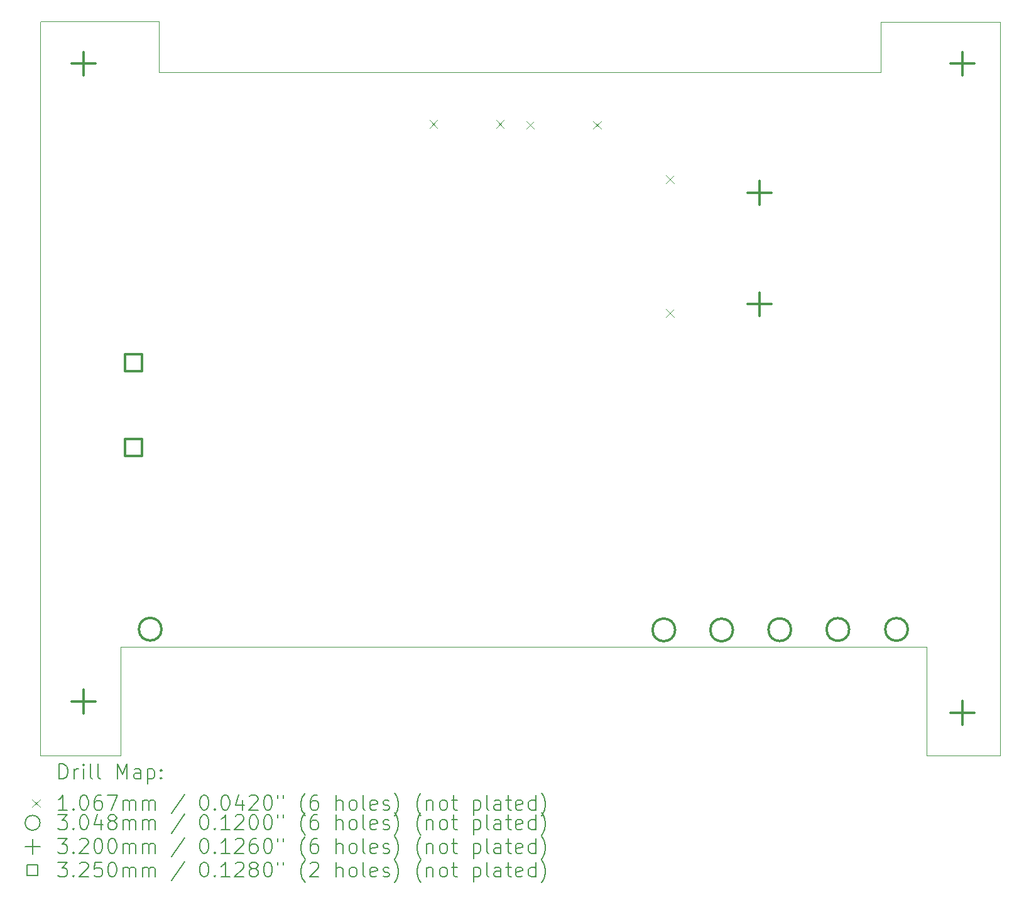
<source format=gbr>
%TF.GenerationSoftware,KiCad,Pcbnew,8.0.3*%
%TF.CreationDate,2025-06-03T03:01:30-07:00*%
%TF.ProjectId,MLU_BreakoutV2,4d4c555f-4272-4656-916b-6f757456322e,rev?*%
%TF.SameCoordinates,Original*%
%TF.FileFunction,Drillmap*%
%TF.FilePolarity,Positive*%
%FSLAX45Y45*%
G04 Gerber Fmt 4.5, Leading zero omitted, Abs format (unit mm)*
G04 Created by KiCad (PCBNEW 8.0.3) date 2025-06-03 03:01:30*
%MOMM*%
%LPD*%
G01*
G04 APERTURE LIST*
%ADD10C,0.050000*%
%ADD11C,0.200000*%
%ADD12C,0.106680*%
%ADD13C,0.304800*%
%ADD14C,0.320000*%
%ADD15C,0.325000*%
G04 APERTURE END LIST*
D10*
X14183000Y-5812000D02*
X23461333Y-5812000D01*
X23916086Y-5811914D01*
X23916000Y-5130200D01*
X25517400Y-5130200D01*
X25517400Y-15017760D01*
X25516160Y-15019000D01*
X24530000Y-15019000D01*
X24526720Y-14408280D01*
X24526720Y-13553000D01*
X13665162Y-13553000D01*
X13665162Y-15021000D01*
X13525162Y-15021000D01*
X12587080Y-15021000D01*
X12583840Y-15017760D01*
X12583840Y-5130200D01*
X12589040Y-5125000D01*
X14183000Y-5125000D01*
X14183000Y-5812000D01*
D11*
D12*
X17830125Y-6456440D02*
X17936805Y-6563120D01*
X17936805Y-6456440D02*
X17830125Y-6563120D01*
X18730125Y-6456440D02*
X18836805Y-6563120D01*
X18836805Y-6456440D02*
X18730125Y-6563120D01*
X19135685Y-6466600D02*
X19242365Y-6573280D01*
X19242365Y-6466600D02*
X19135685Y-6573280D01*
X20035685Y-6466600D02*
X20142365Y-6573280D01*
X20142365Y-6466600D02*
X20035685Y-6573280D01*
X21020740Y-7200620D02*
X21127420Y-7307300D01*
X21127420Y-7200620D02*
X21020740Y-7307300D01*
X21020740Y-9000620D02*
X21127420Y-9107300D01*
X21127420Y-9000620D02*
X21020740Y-9107300D01*
D13*
X14219060Y-13317530D02*
G75*
G02*
X13914260Y-13317530I-152400J0D01*
G01*
X13914260Y-13317530D02*
G75*
G02*
X14219060Y-13317530I152400J0D01*
G01*
X21141400Y-13327000D02*
G75*
G02*
X20836600Y-13327000I-152400J0D01*
G01*
X20836600Y-13327000D02*
G75*
G02*
X21141400Y-13327000I152400J0D01*
G01*
X21920200Y-13327690D02*
G75*
G02*
X21615400Y-13327690I-152400J0D01*
G01*
X21615400Y-13327690D02*
G75*
G02*
X21920200Y-13327690I152400J0D01*
G01*
X22703540Y-13324120D02*
G75*
G02*
X22398740Y-13324120I-152400J0D01*
G01*
X22398740Y-13324120D02*
G75*
G02*
X22703540Y-13324120I152400J0D01*
G01*
X23487320Y-13321070D02*
G75*
G02*
X23182520Y-13321070I-152400J0D01*
G01*
X23182520Y-13321070D02*
G75*
G02*
X23487320Y-13321070I152400J0D01*
G01*
X24277320Y-13320070D02*
G75*
G02*
X23972520Y-13320070I-152400J0D01*
G01*
X23972520Y-13320070D02*
G75*
G02*
X24277320Y-13320070I152400J0D01*
G01*
D14*
X13168000Y-5534000D02*
X13168000Y-5854000D01*
X13008000Y-5694000D02*
X13328000Y-5694000D01*
X13168000Y-14134000D02*
X13168000Y-14454000D01*
X13008000Y-14294000D02*
X13328000Y-14294000D01*
X22280580Y-7276840D02*
X22280580Y-7596840D01*
X22120580Y-7436840D02*
X22440580Y-7436840D01*
X22280580Y-8776840D02*
X22280580Y-9096840D01*
X22120580Y-8936840D02*
X22440580Y-8936840D01*
X25016000Y-5534000D02*
X25016000Y-5854000D01*
X24856000Y-5694000D02*
X25176000Y-5694000D01*
X25016000Y-14284000D02*
X25016000Y-14604000D01*
X24856000Y-14444000D02*
X25176000Y-14444000D01*
D15*
X13955366Y-9843146D02*
X13955366Y-9613334D01*
X13725554Y-9613334D01*
X13725554Y-9843146D01*
X13955366Y-9843146D01*
X13955366Y-10986146D02*
X13955366Y-10756334D01*
X13725554Y-10756334D01*
X13725554Y-10986146D01*
X13955366Y-10986146D01*
D11*
X12842117Y-15334984D02*
X12842117Y-15134984D01*
X12842117Y-15134984D02*
X12889736Y-15134984D01*
X12889736Y-15134984D02*
X12918307Y-15144508D01*
X12918307Y-15144508D02*
X12937355Y-15163555D01*
X12937355Y-15163555D02*
X12946879Y-15182603D01*
X12946879Y-15182603D02*
X12956402Y-15220698D01*
X12956402Y-15220698D02*
X12956402Y-15249269D01*
X12956402Y-15249269D02*
X12946879Y-15287365D01*
X12946879Y-15287365D02*
X12937355Y-15306412D01*
X12937355Y-15306412D02*
X12918307Y-15325460D01*
X12918307Y-15325460D02*
X12889736Y-15334984D01*
X12889736Y-15334984D02*
X12842117Y-15334984D01*
X13042117Y-15334984D02*
X13042117Y-15201650D01*
X13042117Y-15239746D02*
X13051641Y-15220698D01*
X13051641Y-15220698D02*
X13061164Y-15211174D01*
X13061164Y-15211174D02*
X13080212Y-15201650D01*
X13080212Y-15201650D02*
X13099260Y-15201650D01*
X13165926Y-15334984D02*
X13165926Y-15201650D01*
X13165926Y-15134984D02*
X13156402Y-15144508D01*
X13156402Y-15144508D02*
X13165926Y-15154031D01*
X13165926Y-15154031D02*
X13175450Y-15144508D01*
X13175450Y-15144508D02*
X13165926Y-15134984D01*
X13165926Y-15134984D02*
X13165926Y-15154031D01*
X13289736Y-15334984D02*
X13270688Y-15325460D01*
X13270688Y-15325460D02*
X13261164Y-15306412D01*
X13261164Y-15306412D02*
X13261164Y-15134984D01*
X13394498Y-15334984D02*
X13375450Y-15325460D01*
X13375450Y-15325460D02*
X13365926Y-15306412D01*
X13365926Y-15306412D02*
X13365926Y-15134984D01*
X13623069Y-15334984D02*
X13623069Y-15134984D01*
X13623069Y-15134984D02*
X13689736Y-15277841D01*
X13689736Y-15277841D02*
X13756402Y-15134984D01*
X13756402Y-15134984D02*
X13756402Y-15334984D01*
X13937355Y-15334984D02*
X13937355Y-15230222D01*
X13937355Y-15230222D02*
X13927831Y-15211174D01*
X13927831Y-15211174D02*
X13908783Y-15201650D01*
X13908783Y-15201650D02*
X13870688Y-15201650D01*
X13870688Y-15201650D02*
X13851641Y-15211174D01*
X13937355Y-15325460D02*
X13918307Y-15334984D01*
X13918307Y-15334984D02*
X13870688Y-15334984D01*
X13870688Y-15334984D02*
X13851641Y-15325460D01*
X13851641Y-15325460D02*
X13842117Y-15306412D01*
X13842117Y-15306412D02*
X13842117Y-15287365D01*
X13842117Y-15287365D02*
X13851641Y-15268317D01*
X13851641Y-15268317D02*
X13870688Y-15258793D01*
X13870688Y-15258793D02*
X13918307Y-15258793D01*
X13918307Y-15258793D02*
X13937355Y-15249269D01*
X14032593Y-15201650D02*
X14032593Y-15401650D01*
X14032593Y-15211174D02*
X14051641Y-15201650D01*
X14051641Y-15201650D02*
X14089736Y-15201650D01*
X14089736Y-15201650D02*
X14108783Y-15211174D01*
X14108783Y-15211174D02*
X14118307Y-15220698D01*
X14118307Y-15220698D02*
X14127831Y-15239746D01*
X14127831Y-15239746D02*
X14127831Y-15296888D01*
X14127831Y-15296888D02*
X14118307Y-15315936D01*
X14118307Y-15315936D02*
X14108783Y-15325460D01*
X14108783Y-15325460D02*
X14089736Y-15334984D01*
X14089736Y-15334984D02*
X14051641Y-15334984D01*
X14051641Y-15334984D02*
X14032593Y-15325460D01*
X14213545Y-15315936D02*
X14223069Y-15325460D01*
X14223069Y-15325460D02*
X14213545Y-15334984D01*
X14213545Y-15334984D02*
X14204022Y-15325460D01*
X14204022Y-15325460D02*
X14213545Y-15315936D01*
X14213545Y-15315936D02*
X14213545Y-15334984D01*
X14213545Y-15211174D02*
X14223069Y-15220698D01*
X14223069Y-15220698D02*
X14213545Y-15230222D01*
X14213545Y-15230222D02*
X14204022Y-15220698D01*
X14204022Y-15220698D02*
X14213545Y-15211174D01*
X14213545Y-15211174D02*
X14213545Y-15230222D01*
D12*
X12474660Y-15610160D02*
X12581340Y-15716840D01*
X12581340Y-15610160D02*
X12474660Y-15716840D01*
D11*
X12946879Y-15754984D02*
X12832593Y-15754984D01*
X12889736Y-15754984D02*
X12889736Y-15554984D01*
X12889736Y-15554984D02*
X12870688Y-15583555D01*
X12870688Y-15583555D02*
X12851641Y-15602603D01*
X12851641Y-15602603D02*
X12832593Y-15612127D01*
X13032593Y-15735936D02*
X13042117Y-15745460D01*
X13042117Y-15745460D02*
X13032593Y-15754984D01*
X13032593Y-15754984D02*
X13023069Y-15745460D01*
X13023069Y-15745460D02*
X13032593Y-15735936D01*
X13032593Y-15735936D02*
X13032593Y-15754984D01*
X13165926Y-15554984D02*
X13184974Y-15554984D01*
X13184974Y-15554984D02*
X13204022Y-15564508D01*
X13204022Y-15564508D02*
X13213545Y-15574031D01*
X13213545Y-15574031D02*
X13223069Y-15593079D01*
X13223069Y-15593079D02*
X13232593Y-15631174D01*
X13232593Y-15631174D02*
X13232593Y-15678793D01*
X13232593Y-15678793D02*
X13223069Y-15716888D01*
X13223069Y-15716888D02*
X13213545Y-15735936D01*
X13213545Y-15735936D02*
X13204022Y-15745460D01*
X13204022Y-15745460D02*
X13184974Y-15754984D01*
X13184974Y-15754984D02*
X13165926Y-15754984D01*
X13165926Y-15754984D02*
X13146879Y-15745460D01*
X13146879Y-15745460D02*
X13137355Y-15735936D01*
X13137355Y-15735936D02*
X13127831Y-15716888D01*
X13127831Y-15716888D02*
X13118307Y-15678793D01*
X13118307Y-15678793D02*
X13118307Y-15631174D01*
X13118307Y-15631174D02*
X13127831Y-15593079D01*
X13127831Y-15593079D02*
X13137355Y-15574031D01*
X13137355Y-15574031D02*
X13146879Y-15564508D01*
X13146879Y-15564508D02*
X13165926Y-15554984D01*
X13404022Y-15554984D02*
X13365926Y-15554984D01*
X13365926Y-15554984D02*
X13346879Y-15564508D01*
X13346879Y-15564508D02*
X13337355Y-15574031D01*
X13337355Y-15574031D02*
X13318307Y-15602603D01*
X13318307Y-15602603D02*
X13308783Y-15640698D01*
X13308783Y-15640698D02*
X13308783Y-15716888D01*
X13308783Y-15716888D02*
X13318307Y-15735936D01*
X13318307Y-15735936D02*
X13327831Y-15745460D01*
X13327831Y-15745460D02*
X13346879Y-15754984D01*
X13346879Y-15754984D02*
X13384974Y-15754984D01*
X13384974Y-15754984D02*
X13404022Y-15745460D01*
X13404022Y-15745460D02*
X13413545Y-15735936D01*
X13413545Y-15735936D02*
X13423069Y-15716888D01*
X13423069Y-15716888D02*
X13423069Y-15669269D01*
X13423069Y-15669269D02*
X13413545Y-15650222D01*
X13413545Y-15650222D02*
X13404022Y-15640698D01*
X13404022Y-15640698D02*
X13384974Y-15631174D01*
X13384974Y-15631174D02*
X13346879Y-15631174D01*
X13346879Y-15631174D02*
X13327831Y-15640698D01*
X13327831Y-15640698D02*
X13318307Y-15650222D01*
X13318307Y-15650222D02*
X13308783Y-15669269D01*
X13489736Y-15554984D02*
X13623069Y-15554984D01*
X13623069Y-15554984D02*
X13537355Y-15754984D01*
X13699260Y-15754984D02*
X13699260Y-15621650D01*
X13699260Y-15640698D02*
X13708783Y-15631174D01*
X13708783Y-15631174D02*
X13727831Y-15621650D01*
X13727831Y-15621650D02*
X13756403Y-15621650D01*
X13756403Y-15621650D02*
X13775450Y-15631174D01*
X13775450Y-15631174D02*
X13784974Y-15650222D01*
X13784974Y-15650222D02*
X13784974Y-15754984D01*
X13784974Y-15650222D02*
X13794498Y-15631174D01*
X13794498Y-15631174D02*
X13813545Y-15621650D01*
X13813545Y-15621650D02*
X13842117Y-15621650D01*
X13842117Y-15621650D02*
X13861164Y-15631174D01*
X13861164Y-15631174D02*
X13870688Y-15650222D01*
X13870688Y-15650222D02*
X13870688Y-15754984D01*
X13965926Y-15754984D02*
X13965926Y-15621650D01*
X13965926Y-15640698D02*
X13975450Y-15631174D01*
X13975450Y-15631174D02*
X13994498Y-15621650D01*
X13994498Y-15621650D02*
X14023069Y-15621650D01*
X14023069Y-15621650D02*
X14042117Y-15631174D01*
X14042117Y-15631174D02*
X14051641Y-15650222D01*
X14051641Y-15650222D02*
X14051641Y-15754984D01*
X14051641Y-15650222D02*
X14061164Y-15631174D01*
X14061164Y-15631174D02*
X14080212Y-15621650D01*
X14080212Y-15621650D02*
X14108783Y-15621650D01*
X14108783Y-15621650D02*
X14127831Y-15631174D01*
X14127831Y-15631174D02*
X14137355Y-15650222D01*
X14137355Y-15650222D02*
X14137355Y-15754984D01*
X14527831Y-15545460D02*
X14356403Y-15802603D01*
X14784974Y-15554984D02*
X14804022Y-15554984D01*
X14804022Y-15554984D02*
X14823069Y-15564508D01*
X14823069Y-15564508D02*
X14832593Y-15574031D01*
X14832593Y-15574031D02*
X14842117Y-15593079D01*
X14842117Y-15593079D02*
X14851641Y-15631174D01*
X14851641Y-15631174D02*
X14851641Y-15678793D01*
X14851641Y-15678793D02*
X14842117Y-15716888D01*
X14842117Y-15716888D02*
X14832593Y-15735936D01*
X14832593Y-15735936D02*
X14823069Y-15745460D01*
X14823069Y-15745460D02*
X14804022Y-15754984D01*
X14804022Y-15754984D02*
X14784974Y-15754984D01*
X14784974Y-15754984D02*
X14765926Y-15745460D01*
X14765926Y-15745460D02*
X14756403Y-15735936D01*
X14756403Y-15735936D02*
X14746879Y-15716888D01*
X14746879Y-15716888D02*
X14737355Y-15678793D01*
X14737355Y-15678793D02*
X14737355Y-15631174D01*
X14737355Y-15631174D02*
X14746879Y-15593079D01*
X14746879Y-15593079D02*
X14756403Y-15574031D01*
X14756403Y-15574031D02*
X14765926Y-15564508D01*
X14765926Y-15564508D02*
X14784974Y-15554984D01*
X14937355Y-15735936D02*
X14946879Y-15745460D01*
X14946879Y-15745460D02*
X14937355Y-15754984D01*
X14937355Y-15754984D02*
X14927831Y-15745460D01*
X14927831Y-15745460D02*
X14937355Y-15735936D01*
X14937355Y-15735936D02*
X14937355Y-15754984D01*
X15070688Y-15554984D02*
X15089736Y-15554984D01*
X15089736Y-15554984D02*
X15108784Y-15564508D01*
X15108784Y-15564508D02*
X15118307Y-15574031D01*
X15118307Y-15574031D02*
X15127831Y-15593079D01*
X15127831Y-15593079D02*
X15137355Y-15631174D01*
X15137355Y-15631174D02*
X15137355Y-15678793D01*
X15137355Y-15678793D02*
X15127831Y-15716888D01*
X15127831Y-15716888D02*
X15118307Y-15735936D01*
X15118307Y-15735936D02*
X15108784Y-15745460D01*
X15108784Y-15745460D02*
X15089736Y-15754984D01*
X15089736Y-15754984D02*
X15070688Y-15754984D01*
X15070688Y-15754984D02*
X15051641Y-15745460D01*
X15051641Y-15745460D02*
X15042117Y-15735936D01*
X15042117Y-15735936D02*
X15032593Y-15716888D01*
X15032593Y-15716888D02*
X15023069Y-15678793D01*
X15023069Y-15678793D02*
X15023069Y-15631174D01*
X15023069Y-15631174D02*
X15032593Y-15593079D01*
X15032593Y-15593079D02*
X15042117Y-15574031D01*
X15042117Y-15574031D02*
X15051641Y-15564508D01*
X15051641Y-15564508D02*
X15070688Y-15554984D01*
X15308784Y-15621650D02*
X15308784Y-15754984D01*
X15261165Y-15545460D02*
X15213546Y-15688317D01*
X15213546Y-15688317D02*
X15337355Y-15688317D01*
X15404022Y-15574031D02*
X15413546Y-15564508D01*
X15413546Y-15564508D02*
X15432593Y-15554984D01*
X15432593Y-15554984D02*
X15480212Y-15554984D01*
X15480212Y-15554984D02*
X15499260Y-15564508D01*
X15499260Y-15564508D02*
X15508784Y-15574031D01*
X15508784Y-15574031D02*
X15518307Y-15593079D01*
X15518307Y-15593079D02*
X15518307Y-15612127D01*
X15518307Y-15612127D02*
X15508784Y-15640698D01*
X15508784Y-15640698D02*
X15394498Y-15754984D01*
X15394498Y-15754984D02*
X15518307Y-15754984D01*
X15642117Y-15554984D02*
X15661165Y-15554984D01*
X15661165Y-15554984D02*
X15680212Y-15564508D01*
X15680212Y-15564508D02*
X15689736Y-15574031D01*
X15689736Y-15574031D02*
X15699260Y-15593079D01*
X15699260Y-15593079D02*
X15708784Y-15631174D01*
X15708784Y-15631174D02*
X15708784Y-15678793D01*
X15708784Y-15678793D02*
X15699260Y-15716888D01*
X15699260Y-15716888D02*
X15689736Y-15735936D01*
X15689736Y-15735936D02*
X15680212Y-15745460D01*
X15680212Y-15745460D02*
X15661165Y-15754984D01*
X15661165Y-15754984D02*
X15642117Y-15754984D01*
X15642117Y-15754984D02*
X15623069Y-15745460D01*
X15623069Y-15745460D02*
X15613546Y-15735936D01*
X15613546Y-15735936D02*
X15604022Y-15716888D01*
X15604022Y-15716888D02*
X15594498Y-15678793D01*
X15594498Y-15678793D02*
X15594498Y-15631174D01*
X15594498Y-15631174D02*
X15604022Y-15593079D01*
X15604022Y-15593079D02*
X15613546Y-15574031D01*
X15613546Y-15574031D02*
X15623069Y-15564508D01*
X15623069Y-15564508D02*
X15642117Y-15554984D01*
X15784974Y-15554984D02*
X15784974Y-15593079D01*
X15861165Y-15554984D02*
X15861165Y-15593079D01*
X16156403Y-15831174D02*
X16146879Y-15821650D01*
X16146879Y-15821650D02*
X16127831Y-15793079D01*
X16127831Y-15793079D02*
X16118308Y-15774031D01*
X16118308Y-15774031D02*
X16108784Y-15745460D01*
X16108784Y-15745460D02*
X16099260Y-15697841D01*
X16099260Y-15697841D02*
X16099260Y-15659746D01*
X16099260Y-15659746D02*
X16108784Y-15612127D01*
X16108784Y-15612127D02*
X16118308Y-15583555D01*
X16118308Y-15583555D02*
X16127831Y-15564508D01*
X16127831Y-15564508D02*
X16146879Y-15535936D01*
X16146879Y-15535936D02*
X16156403Y-15526412D01*
X16318308Y-15554984D02*
X16280212Y-15554984D01*
X16280212Y-15554984D02*
X16261165Y-15564508D01*
X16261165Y-15564508D02*
X16251641Y-15574031D01*
X16251641Y-15574031D02*
X16232593Y-15602603D01*
X16232593Y-15602603D02*
X16223069Y-15640698D01*
X16223069Y-15640698D02*
X16223069Y-15716888D01*
X16223069Y-15716888D02*
X16232593Y-15735936D01*
X16232593Y-15735936D02*
X16242117Y-15745460D01*
X16242117Y-15745460D02*
X16261165Y-15754984D01*
X16261165Y-15754984D02*
X16299260Y-15754984D01*
X16299260Y-15754984D02*
X16318308Y-15745460D01*
X16318308Y-15745460D02*
X16327831Y-15735936D01*
X16327831Y-15735936D02*
X16337355Y-15716888D01*
X16337355Y-15716888D02*
X16337355Y-15669269D01*
X16337355Y-15669269D02*
X16327831Y-15650222D01*
X16327831Y-15650222D02*
X16318308Y-15640698D01*
X16318308Y-15640698D02*
X16299260Y-15631174D01*
X16299260Y-15631174D02*
X16261165Y-15631174D01*
X16261165Y-15631174D02*
X16242117Y-15640698D01*
X16242117Y-15640698D02*
X16232593Y-15650222D01*
X16232593Y-15650222D02*
X16223069Y-15669269D01*
X16575450Y-15754984D02*
X16575450Y-15554984D01*
X16661165Y-15754984D02*
X16661165Y-15650222D01*
X16661165Y-15650222D02*
X16651641Y-15631174D01*
X16651641Y-15631174D02*
X16632593Y-15621650D01*
X16632593Y-15621650D02*
X16604022Y-15621650D01*
X16604022Y-15621650D02*
X16584974Y-15631174D01*
X16584974Y-15631174D02*
X16575450Y-15640698D01*
X16784974Y-15754984D02*
X16765927Y-15745460D01*
X16765927Y-15745460D02*
X16756403Y-15735936D01*
X16756403Y-15735936D02*
X16746879Y-15716888D01*
X16746879Y-15716888D02*
X16746879Y-15659746D01*
X16746879Y-15659746D02*
X16756403Y-15640698D01*
X16756403Y-15640698D02*
X16765927Y-15631174D01*
X16765927Y-15631174D02*
X16784974Y-15621650D01*
X16784974Y-15621650D02*
X16813546Y-15621650D01*
X16813546Y-15621650D02*
X16832593Y-15631174D01*
X16832593Y-15631174D02*
X16842117Y-15640698D01*
X16842117Y-15640698D02*
X16851641Y-15659746D01*
X16851641Y-15659746D02*
X16851641Y-15716888D01*
X16851641Y-15716888D02*
X16842117Y-15735936D01*
X16842117Y-15735936D02*
X16832593Y-15745460D01*
X16832593Y-15745460D02*
X16813546Y-15754984D01*
X16813546Y-15754984D02*
X16784974Y-15754984D01*
X16965927Y-15754984D02*
X16946879Y-15745460D01*
X16946879Y-15745460D02*
X16937355Y-15726412D01*
X16937355Y-15726412D02*
X16937355Y-15554984D01*
X17118308Y-15745460D02*
X17099260Y-15754984D01*
X17099260Y-15754984D02*
X17061165Y-15754984D01*
X17061165Y-15754984D02*
X17042117Y-15745460D01*
X17042117Y-15745460D02*
X17032593Y-15726412D01*
X17032593Y-15726412D02*
X17032593Y-15650222D01*
X17032593Y-15650222D02*
X17042117Y-15631174D01*
X17042117Y-15631174D02*
X17061165Y-15621650D01*
X17061165Y-15621650D02*
X17099260Y-15621650D01*
X17099260Y-15621650D02*
X17118308Y-15631174D01*
X17118308Y-15631174D02*
X17127832Y-15650222D01*
X17127832Y-15650222D02*
X17127832Y-15669269D01*
X17127832Y-15669269D02*
X17032593Y-15688317D01*
X17204022Y-15745460D02*
X17223070Y-15754984D01*
X17223070Y-15754984D02*
X17261165Y-15754984D01*
X17261165Y-15754984D02*
X17280213Y-15745460D01*
X17280213Y-15745460D02*
X17289736Y-15726412D01*
X17289736Y-15726412D02*
X17289736Y-15716888D01*
X17289736Y-15716888D02*
X17280213Y-15697841D01*
X17280213Y-15697841D02*
X17261165Y-15688317D01*
X17261165Y-15688317D02*
X17232593Y-15688317D01*
X17232593Y-15688317D02*
X17213546Y-15678793D01*
X17213546Y-15678793D02*
X17204022Y-15659746D01*
X17204022Y-15659746D02*
X17204022Y-15650222D01*
X17204022Y-15650222D02*
X17213546Y-15631174D01*
X17213546Y-15631174D02*
X17232593Y-15621650D01*
X17232593Y-15621650D02*
X17261165Y-15621650D01*
X17261165Y-15621650D02*
X17280213Y-15631174D01*
X17356403Y-15831174D02*
X17365927Y-15821650D01*
X17365927Y-15821650D02*
X17384974Y-15793079D01*
X17384974Y-15793079D02*
X17394498Y-15774031D01*
X17394498Y-15774031D02*
X17404022Y-15745460D01*
X17404022Y-15745460D02*
X17413546Y-15697841D01*
X17413546Y-15697841D02*
X17413546Y-15659746D01*
X17413546Y-15659746D02*
X17404022Y-15612127D01*
X17404022Y-15612127D02*
X17394498Y-15583555D01*
X17394498Y-15583555D02*
X17384974Y-15564508D01*
X17384974Y-15564508D02*
X17365927Y-15535936D01*
X17365927Y-15535936D02*
X17356403Y-15526412D01*
X17718308Y-15831174D02*
X17708784Y-15821650D01*
X17708784Y-15821650D02*
X17689736Y-15793079D01*
X17689736Y-15793079D02*
X17680213Y-15774031D01*
X17680213Y-15774031D02*
X17670689Y-15745460D01*
X17670689Y-15745460D02*
X17661165Y-15697841D01*
X17661165Y-15697841D02*
X17661165Y-15659746D01*
X17661165Y-15659746D02*
X17670689Y-15612127D01*
X17670689Y-15612127D02*
X17680213Y-15583555D01*
X17680213Y-15583555D02*
X17689736Y-15564508D01*
X17689736Y-15564508D02*
X17708784Y-15535936D01*
X17708784Y-15535936D02*
X17718308Y-15526412D01*
X17794498Y-15621650D02*
X17794498Y-15754984D01*
X17794498Y-15640698D02*
X17804022Y-15631174D01*
X17804022Y-15631174D02*
X17823070Y-15621650D01*
X17823070Y-15621650D02*
X17851641Y-15621650D01*
X17851641Y-15621650D02*
X17870689Y-15631174D01*
X17870689Y-15631174D02*
X17880213Y-15650222D01*
X17880213Y-15650222D02*
X17880213Y-15754984D01*
X18004022Y-15754984D02*
X17984974Y-15745460D01*
X17984974Y-15745460D02*
X17975451Y-15735936D01*
X17975451Y-15735936D02*
X17965927Y-15716888D01*
X17965927Y-15716888D02*
X17965927Y-15659746D01*
X17965927Y-15659746D02*
X17975451Y-15640698D01*
X17975451Y-15640698D02*
X17984974Y-15631174D01*
X17984974Y-15631174D02*
X18004022Y-15621650D01*
X18004022Y-15621650D02*
X18032594Y-15621650D01*
X18032594Y-15621650D02*
X18051641Y-15631174D01*
X18051641Y-15631174D02*
X18061165Y-15640698D01*
X18061165Y-15640698D02*
X18070689Y-15659746D01*
X18070689Y-15659746D02*
X18070689Y-15716888D01*
X18070689Y-15716888D02*
X18061165Y-15735936D01*
X18061165Y-15735936D02*
X18051641Y-15745460D01*
X18051641Y-15745460D02*
X18032594Y-15754984D01*
X18032594Y-15754984D02*
X18004022Y-15754984D01*
X18127832Y-15621650D02*
X18204022Y-15621650D01*
X18156403Y-15554984D02*
X18156403Y-15726412D01*
X18156403Y-15726412D02*
X18165927Y-15745460D01*
X18165927Y-15745460D02*
X18184974Y-15754984D01*
X18184974Y-15754984D02*
X18204022Y-15754984D01*
X18423070Y-15621650D02*
X18423070Y-15821650D01*
X18423070Y-15631174D02*
X18442117Y-15621650D01*
X18442117Y-15621650D02*
X18480213Y-15621650D01*
X18480213Y-15621650D02*
X18499260Y-15631174D01*
X18499260Y-15631174D02*
X18508784Y-15640698D01*
X18508784Y-15640698D02*
X18518308Y-15659746D01*
X18518308Y-15659746D02*
X18518308Y-15716888D01*
X18518308Y-15716888D02*
X18508784Y-15735936D01*
X18508784Y-15735936D02*
X18499260Y-15745460D01*
X18499260Y-15745460D02*
X18480213Y-15754984D01*
X18480213Y-15754984D02*
X18442117Y-15754984D01*
X18442117Y-15754984D02*
X18423070Y-15745460D01*
X18632594Y-15754984D02*
X18613546Y-15745460D01*
X18613546Y-15745460D02*
X18604022Y-15726412D01*
X18604022Y-15726412D02*
X18604022Y-15554984D01*
X18794498Y-15754984D02*
X18794498Y-15650222D01*
X18794498Y-15650222D02*
X18784975Y-15631174D01*
X18784975Y-15631174D02*
X18765927Y-15621650D01*
X18765927Y-15621650D02*
X18727832Y-15621650D01*
X18727832Y-15621650D02*
X18708784Y-15631174D01*
X18794498Y-15745460D02*
X18775451Y-15754984D01*
X18775451Y-15754984D02*
X18727832Y-15754984D01*
X18727832Y-15754984D02*
X18708784Y-15745460D01*
X18708784Y-15745460D02*
X18699260Y-15726412D01*
X18699260Y-15726412D02*
X18699260Y-15707365D01*
X18699260Y-15707365D02*
X18708784Y-15688317D01*
X18708784Y-15688317D02*
X18727832Y-15678793D01*
X18727832Y-15678793D02*
X18775451Y-15678793D01*
X18775451Y-15678793D02*
X18794498Y-15669269D01*
X18861165Y-15621650D02*
X18937355Y-15621650D01*
X18889736Y-15554984D02*
X18889736Y-15726412D01*
X18889736Y-15726412D02*
X18899260Y-15745460D01*
X18899260Y-15745460D02*
X18918308Y-15754984D01*
X18918308Y-15754984D02*
X18937355Y-15754984D01*
X19080213Y-15745460D02*
X19061165Y-15754984D01*
X19061165Y-15754984D02*
X19023070Y-15754984D01*
X19023070Y-15754984D02*
X19004022Y-15745460D01*
X19004022Y-15745460D02*
X18994498Y-15726412D01*
X18994498Y-15726412D02*
X18994498Y-15650222D01*
X18994498Y-15650222D02*
X19004022Y-15631174D01*
X19004022Y-15631174D02*
X19023070Y-15621650D01*
X19023070Y-15621650D02*
X19061165Y-15621650D01*
X19061165Y-15621650D02*
X19080213Y-15631174D01*
X19080213Y-15631174D02*
X19089736Y-15650222D01*
X19089736Y-15650222D02*
X19089736Y-15669269D01*
X19089736Y-15669269D02*
X18994498Y-15688317D01*
X19261165Y-15754984D02*
X19261165Y-15554984D01*
X19261165Y-15745460D02*
X19242117Y-15754984D01*
X19242117Y-15754984D02*
X19204022Y-15754984D01*
X19204022Y-15754984D02*
X19184975Y-15745460D01*
X19184975Y-15745460D02*
X19175451Y-15735936D01*
X19175451Y-15735936D02*
X19165927Y-15716888D01*
X19165927Y-15716888D02*
X19165927Y-15659746D01*
X19165927Y-15659746D02*
X19175451Y-15640698D01*
X19175451Y-15640698D02*
X19184975Y-15631174D01*
X19184975Y-15631174D02*
X19204022Y-15621650D01*
X19204022Y-15621650D02*
X19242117Y-15621650D01*
X19242117Y-15621650D02*
X19261165Y-15631174D01*
X19337356Y-15831174D02*
X19346879Y-15821650D01*
X19346879Y-15821650D02*
X19365927Y-15793079D01*
X19365927Y-15793079D02*
X19375451Y-15774031D01*
X19375451Y-15774031D02*
X19384975Y-15745460D01*
X19384975Y-15745460D02*
X19394498Y-15697841D01*
X19394498Y-15697841D02*
X19394498Y-15659746D01*
X19394498Y-15659746D02*
X19384975Y-15612127D01*
X19384975Y-15612127D02*
X19375451Y-15583555D01*
X19375451Y-15583555D02*
X19365927Y-15564508D01*
X19365927Y-15564508D02*
X19346879Y-15535936D01*
X19346879Y-15535936D02*
X19337356Y-15526412D01*
X12581340Y-15927500D02*
G75*
G02*
X12381340Y-15927500I-100000J0D01*
G01*
X12381340Y-15927500D02*
G75*
G02*
X12581340Y-15927500I100000J0D01*
G01*
X12823069Y-15818984D02*
X12946879Y-15818984D01*
X12946879Y-15818984D02*
X12880212Y-15895174D01*
X12880212Y-15895174D02*
X12908783Y-15895174D01*
X12908783Y-15895174D02*
X12927831Y-15904698D01*
X12927831Y-15904698D02*
X12937355Y-15914222D01*
X12937355Y-15914222D02*
X12946879Y-15933269D01*
X12946879Y-15933269D02*
X12946879Y-15980888D01*
X12946879Y-15980888D02*
X12937355Y-15999936D01*
X12937355Y-15999936D02*
X12927831Y-16009460D01*
X12927831Y-16009460D02*
X12908783Y-16018984D01*
X12908783Y-16018984D02*
X12851641Y-16018984D01*
X12851641Y-16018984D02*
X12832593Y-16009460D01*
X12832593Y-16009460D02*
X12823069Y-15999936D01*
X13032593Y-15999936D02*
X13042117Y-16009460D01*
X13042117Y-16009460D02*
X13032593Y-16018984D01*
X13032593Y-16018984D02*
X13023069Y-16009460D01*
X13023069Y-16009460D02*
X13032593Y-15999936D01*
X13032593Y-15999936D02*
X13032593Y-16018984D01*
X13165926Y-15818984D02*
X13184974Y-15818984D01*
X13184974Y-15818984D02*
X13204022Y-15828508D01*
X13204022Y-15828508D02*
X13213545Y-15838031D01*
X13213545Y-15838031D02*
X13223069Y-15857079D01*
X13223069Y-15857079D02*
X13232593Y-15895174D01*
X13232593Y-15895174D02*
X13232593Y-15942793D01*
X13232593Y-15942793D02*
X13223069Y-15980888D01*
X13223069Y-15980888D02*
X13213545Y-15999936D01*
X13213545Y-15999936D02*
X13204022Y-16009460D01*
X13204022Y-16009460D02*
X13184974Y-16018984D01*
X13184974Y-16018984D02*
X13165926Y-16018984D01*
X13165926Y-16018984D02*
X13146879Y-16009460D01*
X13146879Y-16009460D02*
X13137355Y-15999936D01*
X13137355Y-15999936D02*
X13127831Y-15980888D01*
X13127831Y-15980888D02*
X13118307Y-15942793D01*
X13118307Y-15942793D02*
X13118307Y-15895174D01*
X13118307Y-15895174D02*
X13127831Y-15857079D01*
X13127831Y-15857079D02*
X13137355Y-15838031D01*
X13137355Y-15838031D02*
X13146879Y-15828508D01*
X13146879Y-15828508D02*
X13165926Y-15818984D01*
X13404022Y-15885650D02*
X13404022Y-16018984D01*
X13356402Y-15809460D02*
X13308783Y-15952317D01*
X13308783Y-15952317D02*
X13432593Y-15952317D01*
X13537355Y-15904698D02*
X13518307Y-15895174D01*
X13518307Y-15895174D02*
X13508783Y-15885650D01*
X13508783Y-15885650D02*
X13499260Y-15866603D01*
X13499260Y-15866603D02*
X13499260Y-15857079D01*
X13499260Y-15857079D02*
X13508783Y-15838031D01*
X13508783Y-15838031D02*
X13518307Y-15828508D01*
X13518307Y-15828508D02*
X13537355Y-15818984D01*
X13537355Y-15818984D02*
X13575450Y-15818984D01*
X13575450Y-15818984D02*
X13594498Y-15828508D01*
X13594498Y-15828508D02*
X13604022Y-15838031D01*
X13604022Y-15838031D02*
X13613545Y-15857079D01*
X13613545Y-15857079D02*
X13613545Y-15866603D01*
X13613545Y-15866603D02*
X13604022Y-15885650D01*
X13604022Y-15885650D02*
X13594498Y-15895174D01*
X13594498Y-15895174D02*
X13575450Y-15904698D01*
X13575450Y-15904698D02*
X13537355Y-15904698D01*
X13537355Y-15904698D02*
X13518307Y-15914222D01*
X13518307Y-15914222D02*
X13508783Y-15923746D01*
X13508783Y-15923746D02*
X13499260Y-15942793D01*
X13499260Y-15942793D02*
X13499260Y-15980888D01*
X13499260Y-15980888D02*
X13508783Y-15999936D01*
X13508783Y-15999936D02*
X13518307Y-16009460D01*
X13518307Y-16009460D02*
X13537355Y-16018984D01*
X13537355Y-16018984D02*
X13575450Y-16018984D01*
X13575450Y-16018984D02*
X13594498Y-16009460D01*
X13594498Y-16009460D02*
X13604022Y-15999936D01*
X13604022Y-15999936D02*
X13613545Y-15980888D01*
X13613545Y-15980888D02*
X13613545Y-15942793D01*
X13613545Y-15942793D02*
X13604022Y-15923746D01*
X13604022Y-15923746D02*
X13594498Y-15914222D01*
X13594498Y-15914222D02*
X13575450Y-15904698D01*
X13699260Y-16018984D02*
X13699260Y-15885650D01*
X13699260Y-15904698D02*
X13708783Y-15895174D01*
X13708783Y-15895174D02*
X13727831Y-15885650D01*
X13727831Y-15885650D02*
X13756403Y-15885650D01*
X13756403Y-15885650D02*
X13775450Y-15895174D01*
X13775450Y-15895174D02*
X13784974Y-15914222D01*
X13784974Y-15914222D02*
X13784974Y-16018984D01*
X13784974Y-15914222D02*
X13794498Y-15895174D01*
X13794498Y-15895174D02*
X13813545Y-15885650D01*
X13813545Y-15885650D02*
X13842117Y-15885650D01*
X13842117Y-15885650D02*
X13861164Y-15895174D01*
X13861164Y-15895174D02*
X13870688Y-15914222D01*
X13870688Y-15914222D02*
X13870688Y-16018984D01*
X13965926Y-16018984D02*
X13965926Y-15885650D01*
X13965926Y-15904698D02*
X13975450Y-15895174D01*
X13975450Y-15895174D02*
X13994498Y-15885650D01*
X13994498Y-15885650D02*
X14023069Y-15885650D01*
X14023069Y-15885650D02*
X14042117Y-15895174D01*
X14042117Y-15895174D02*
X14051641Y-15914222D01*
X14051641Y-15914222D02*
X14051641Y-16018984D01*
X14051641Y-15914222D02*
X14061164Y-15895174D01*
X14061164Y-15895174D02*
X14080212Y-15885650D01*
X14080212Y-15885650D02*
X14108783Y-15885650D01*
X14108783Y-15885650D02*
X14127831Y-15895174D01*
X14127831Y-15895174D02*
X14137355Y-15914222D01*
X14137355Y-15914222D02*
X14137355Y-16018984D01*
X14527831Y-15809460D02*
X14356403Y-16066603D01*
X14784974Y-15818984D02*
X14804022Y-15818984D01*
X14804022Y-15818984D02*
X14823069Y-15828508D01*
X14823069Y-15828508D02*
X14832593Y-15838031D01*
X14832593Y-15838031D02*
X14842117Y-15857079D01*
X14842117Y-15857079D02*
X14851641Y-15895174D01*
X14851641Y-15895174D02*
X14851641Y-15942793D01*
X14851641Y-15942793D02*
X14842117Y-15980888D01*
X14842117Y-15980888D02*
X14832593Y-15999936D01*
X14832593Y-15999936D02*
X14823069Y-16009460D01*
X14823069Y-16009460D02*
X14804022Y-16018984D01*
X14804022Y-16018984D02*
X14784974Y-16018984D01*
X14784974Y-16018984D02*
X14765926Y-16009460D01*
X14765926Y-16009460D02*
X14756403Y-15999936D01*
X14756403Y-15999936D02*
X14746879Y-15980888D01*
X14746879Y-15980888D02*
X14737355Y-15942793D01*
X14737355Y-15942793D02*
X14737355Y-15895174D01*
X14737355Y-15895174D02*
X14746879Y-15857079D01*
X14746879Y-15857079D02*
X14756403Y-15838031D01*
X14756403Y-15838031D02*
X14765926Y-15828508D01*
X14765926Y-15828508D02*
X14784974Y-15818984D01*
X14937355Y-15999936D02*
X14946879Y-16009460D01*
X14946879Y-16009460D02*
X14937355Y-16018984D01*
X14937355Y-16018984D02*
X14927831Y-16009460D01*
X14927831Y-16009460D02*
X14937355Y-15999936D01*
X14937355Y-15999936D02*
X14937355Y-16018984D01*
X15137355Y-16018984D02*
X15023069Y-16018984D01*
X15080212Y-16018984D02*
X15080212Y-15818984D01*
X15080212Y-15818984D02*
X15061165Y-15847555D01*
X15061165Y-15847555D02*
X15042117Y-15866603D01*
X15042117Y-15866603D02*
X15023069Y-15876127D01*
X15213546Y-15838031D02*
X15223069Y-15828508D01*
X15223069Y-15828508D02*
X15242117Y-15818984D01*
X15242117Y-15818984D02*
X15289736Y-15818984D01*
X15289736Y-15818984D02*
X15308784Y-15828508D01*
X15308784Y-15828508D02*
X15318307Y-15838031D01*
X15318307Y-15838031D02*
X15327831Y-15857079D01*
X15327831Y-15857079D02*
X15327831Y-15876127D01*
X15327831Y-15876127D02*
X15318307Y-15904698D01*
X15318307Y-15904698D02*
X15204022Y-16018984D01*
X15204022Y-16018984D02*
X15327831Y-16018984D01*
X15451641Y-15818984D02*
X15470688Y-15818984D01*
X15470688Y-15818984D02*
X15489736Y-15828508D01*
X15489736Y-15828508D02*
X15499260Y-15838031D01*
X15499260Y-15838031D02*
X15508784Y-15857079D01*
X15508784Y-15857079D02*
X15518307Y-15895174D01*
X15518307Y-15895174D02*
X15518307Y-15942793D01*
X15518307Y-15942793D02*
X15508784Y-15980888D01*
X15508784Y-15980888D02*
X15499260Y-15999936D01*
X15499260Y-15999936D02*
X15489736Y-16009460D01*
X15489736Y-16009460D02*
X15470688Y-16018984D01*
X15470688Y-16018984D02*
X15451641Y-16018984D01*
X15451641Y-16018984D02*
X15432593Y-16009460D01*
X15432593Y-16009460D02*
X15423069Y-15999936D01*
X15423069Y-15999936D02*
X15413546Y-15980888D01*
X15413546Y-15980888D02*
X15404022Y-15942793D01*
X15404022Y-15942793D02*
X15404022Y-15895174D01*
X15404022Y-15895174D02*
X15413546Y-15857079D01*
X15413546Y-15857079D02*
X15423069Y-15838031D01*
X15423069Y-15838031D02*
X15432593Y-15828508D01*
X15432593Y-15828508D02*
X15451641Y-15818984D01*
X15642117Y-15818984D02*
X15661165Y-15818984D01*
X15661165Y-15818984D02*
X15680212Y-15828508D01*
X15680212Y-15828508D02*
X15689736Y-15838031D01*
X15689736Y-15838031D02*
X15699260Y-15857079D01*
X15699260Y-15857079D02*
X15708784Y-15895174D01*
X15708784Y-15895174D02*
X15708784Y-15942793D01*
X15708784Y-15942793D02*
X15699260Y-15980888D01*
X15699260Y-15980888D02*
X15689736Y-15999936D01*
X15689736Y-15999936D02*
X15680212Y-16009460D01*
X15680212Y-16009460D02*
X15661165Y-16018984D01*
X15661165Y-16018984D02*
X15642117Y-16018984D01*
X15642117Y-16018984D02*
X15623069Y-16009460D01*
X15623069Y-16009460D02*
X15613546Y-15999936D01*
X15613546Y-15999936D02*
X15604022Y-15980888D01*
X15604022Y-15980888D02*
X15594498Y-15942793D01*
X15594498Y-15942793D02*
X15594498Y-15895174D01*
X15594498Y-15895174D02*
X15604022Y-15857079D01*
X15604022Y-15857079D02*
X15613546Y-15838031D01*
X15613546Y-15838031D02*
X15623069Y-15828508D01*
X15623069Y-15828508D02*
X15642117Y-15818984D01*
X15784974Y-15818984D02*
X15784974Y-15857079D01*
X15861165Y-15818984D02*
X15861165Y-15857079D01*
X16156403Y-16095174D02*
X16146879Y-16085650D01*
X16146879Y-16085650D02*
X16127831Y-16057079D01*
X16127831Y-16057079D02*
X16118308Y-16038031D01*
X16118308Y-16038031D02*
X16108784Y-16009460D01*
X16108784Y-16009460D02*
X16099260Y-15961841D01*
X16099260Y-15961841D02*
X16099260Y-15923746D01*
X16099260Y-15923746D02*
X16108784Y-15876127D01*
X16108784Y-15876127D02*
X16118308Y-15847555D01*
X16118308Y-15847555D02*
X16127831Y-15828508D01*
X16127831Y-15828508D02*
X16146879Y-15799936D01*
X16146879Y-15799936D02*
X16156403Y-15790412D01*
X16318308Y-15818984D02*
X16280212Y-15818984D01*
X16280212Y-15818984D02*
X16261165Y-15828508D01*
X16261165Y-15828508D02*
X16251641Y-15838031D01*
X16251641Y-15838031D02*
X16232593Y-15866603D01*
X16232593Y-15866603D02*
X16223069Y-15904698D01*
X16223069Y-15904698D02*
X16223069Y-15980888D01*
X16223069Y-15980888D02*
X16232593Y-15999936D01*
X16232593Y-15999936D02*
X16242117Y-16009460D01*
X16242117Y-16009460D02*
X16261165Y-16018984D01*
X16261165Y-16018984D02*
X16299260Y-16018984D01*
X16299260Y-16018984D02*
X16318308Y-16009460D01*
X16318308Y-16009460D02*
X16327831Y-15999936D01*
X16327831Y-15999936D02*
X16337355Y-15980888D01*
X16337355Y-15980888D02*
X16337355Y-15933269D01*
X16337355Y-15933269D02*
X16327831Y-15914222D01*
X16327831Y-15914222D02*
X16318308Y-15904698D01*
X16318308Y-15904698D02*
X16299260Y-15895174D01*
X16299260Y-15895174D02*
X16261165Y-15895174D01*
X16261165Y-15895174D02*
X16242117Y-15904698D01*
X16242117Y-15904698D02*
X16232593Y-15914222D01*
X16232593Y-15914222D02*
X16223069Y-15933269D01*
X16575450Y-16018984D02*
X16575450Y-15818984D01*
X16661165Y-16018984D02*
X16661165Y-15914222D01*
X16661165Y-15914222D02*
X16651641Y-15895174D01*
X16651641Y-15895174D02*
X16632593Y-15885650D01*
X16632593Y-15885650D02*
X16604022Y-15885650D01*
X16604022Y-15885650D02*
X16584974Y-15895174D01*
X16584974Y-15895174D02*
X16575450Y-15904698D01*
X16784974Y-16018984D02*
X16765927Y-16009460D01*
X16765927Y-16009460D02*
X16756403Y-15999936D01*
X16756403Y-15999936D02*
X16746879Y-15980888D01*
X16746879Y-15980888D02*
X16746879Y-15923746D01*
X16746879Y-15923746D02*
X16756403Y-15904698D01*
X16756403Y-15904698D02*
X16765927Y-15895174D01*
X16765927Y-15895174D02*
X16784974Y-15885650D01*
X16784974Y-15885650D02*
X16813546Y-15885650D01*
X16813546Y-15885650D02*
X16832593Y-15895174D01*
X16832593Y-15895174D02*
X16842117Y-15904698D01*
X16842117Y-15904698D02*
X16851641Y-15923746D01*
X16851641Y-15923746D02*
X16851641Y-15980888D01*
X16851641Y-15980888D02*
X16842117Y-15999936D01*
X16842117Y-15999936D02*
X16832593Y-16009460D01*
X16832593Y-16009460D02*
X16813546Y-16018984D01*
X16813546Y-16018984D02*
X16784974Y-16018984D01*
X16965927Y-16018984D02*
X16946879Y-16009460D01*
X16946879Y-16009460D02*
X16937355Y-15990412D01*
X16937355Y-15990412D02*
X16937355Y-15818984D01*
X17118308Y-16009460D02*
X17099260Y-16018984D01*
X17099260Y-16018984D02*
X17061165Y-16018984D01*
X17061165Y-16018984D02*
X17042117Y-16009460D01*
X17042117Y-16009460D02*
X17032593Y-15990412D01*
X17032593Y-15990412D02*
X17032593Y-15914222D01*
X17032593Y-15914222D02*
X17042117Y-15895174D01*
X17042117Y-15895174D02*
X17061165Y-15885650D01*
X17061165Y-15885650D02*
X17099260Y-15885650D01*
X17099260Y-15885650D02*
X17118308Y-15895174D01*
X17118308Y-15895174D02*
X17127832Y-15914222D01*
X17127832Y-15914222D02*
X17127832Y-15933269D01*
X17127832Y-15933269D02*
X17032593Y-15952317D01*
X17204022Y-16009460D02*
X17223070Y-16018984D01*
X17223070Y-16018984D02*
X17261165Y-16018984D01*
X17261165Y-16018984D02*
X17280213Y-16009460D01*
X17280213Y-16009460D02*
X17289736Y-15990412D01*
X17289736Y-15990412D02*
X17289736Y-15980888D01*
X17289736Y-15980888D02*
X17280213Y-15961841D01*
X17280213Y-15961841D02*
X17261165Y-15952317D01*
X17261165Y-15952317D02*
X17232593Y-15952317D01*
X17232593Y-15952317D02*
X17213546Y-15942793D01*
X17213546Y-15942793D02*
X17204022Y-15923746D01*
X17204022Y-15923746D02*
X17204022Y-15914222D01*
X17204022Y-15914222D02*
X17213546Y-15895174D01*
X17213546Y-15895174D02*
X17232593Y-15885650D01*
X17232593Y-15885650D02*
X17261165Y-15885650D01*
X17261165Y-15885650D02*
X17280213Y-15895174D01*
X17356403Y-16095174D02*
X17365927Y-16085650D01*
X17365927Y-16085650D02*
X17384974Y-16057079D01*
X17384974Y-16057079D02*
X17394498Y-16038031D01*
X17394498Y-16038031D02*
X17404022Y-16009460D01*
X17404022Y-16009460D02*
X17413546Y-15961841D01*
X17413546Y-15961841D02*
X17413546Y-15923746D01*
X17413546Y-15923746D02*
X17404022Y-15876127D01*
X17404022Y-15876127D02*
X17394498Y-15847555D01*
X17394498Y-15847555D02*
X17384974Y-15828508D01*
X17384974Y-15828508D02*
X17365927Y-15799936D01*
X17365927Y-15799936D02*
X17356403Y-15790412D01*
X17718308Y-16095174D02*
X17708784Y-16085650D01*
X17708784Y-16085650D02*
X17689736Y-16057079D01*
X17689736Y-16057079D02*
X17680213Y-16038031D01*
X17680213Y-16038031D02*
X17670689Y-16009460D01*
X17670689Y-16009460D02*
X17661165Y-15961841D01*
X17661165Y-15961841D02*
X17661165Y-15923746D01*
X17661165Y-15923746D02*
X17670689Y-15876127D01*
X17670689Y-15876127D02*
X17680213Y-15847555D01*
X17680213Y-15847555D02*
X17689736Y-15828508D01*
X17689736Y-15828508D02*
X17708784Y-15799936D01*
X17708784Y-15799936D02*
X17718308Y-15790412D01*
X17794498Y-15885650D02*
X17794498Y-16018984D01*
X17794498Y-15904698D02*
X17804022Y-15895174D01*
X17804022Y-15895174D02*
X17823070Y-15885650D01*
X17823070Y-15885650D02*
X17851641Y-15885650D01*
X17851641Y-15885650D02*
X17870689Y-15895174D01*
X17870689Y-15895174D02*
X17880213Y-15914222D01*
X17880213Y-15914222D02*
X17880213Y-16018984D01*
X18004022Y-16018984D02*
X17984974Y-16009460D01*
X17984974Y-16009460D02*
X17975451Y-15999936D01*
X17975451Y-15999936D02*
X17965927Y-15980888D01*
X17965927Y-15980888D02*
X17965927Y-15923746D01*
X17965927Y-15923746D02*
X17975451Y-15904698D01*
X17975451Y-15904698D02*
X17984974Y-15895174D01*
X17984974Y-15895174D02*
X18004022Y-15885650D01*
X18004022Y-15885650D02*
X18032594Y-15885650D01*
X18032594Y-15885650D02*
X18051641Y-15895174D01*
X18051641Y-15895174D02*
X18061165Y-15904698D01*
X18061165Y-15904698D02*
X18070689Y-15923746D01*
X18070689Y-15923746D02*
X18070689Y-15980888D01*
X18070689Y-15980888D02*
X18061165Y-15999936D01*
X18061165Y-15999936D02*
X18051641Y-16009460D01*
X18051641Y-16009460D02*
X18032594Y-16018984D01*
X18032594Y-16018984D02*
X18004022Y-16018984D01*
X18127832Y-15885650D02*
X18204022Y-15885650D01*
X18156403Y-15818984D02*
X18156403Y-15990412D01*
X18156403Y-15990412D02*
X18165927Y-16009460D01*
X18165927Y-16009460D02*
X18184974Y-16018984D01*
X18184974Y-16018984D02*
X18204022Y-16018984D01*
X18423070Y-15885650D02*
X18423070Y-16085650D01*
X18423070Y-15895174D02*
X18442117Y-15885650D01*
X18442117Y-15885650D02*
X18480213Y-15885650D01*
X18480213Y-15885650D02*
X18499260Y-15895174D01*
X18499260Y-15895174D02*
X18508784Y-15904698D01*
X18508784Y-15904698D02*
X18518308Y-15923746D01*
X18518308Y-15923746D02*
X18518308Y-15980888D01*
X18518308Y-15980888D02*
X18508784Y-15999936D01*
X18508784Y-15999936D02*
X18499260Y-16009460D01*
X18499260Y-16009460D02*
X18480213Y-16018984D01*
X18480213Y-16018984D02*
X18442117Y-16018984D01*
X18442117Y-16018984D02*
X18423070Y-16009460D01*
X18632594Y-16018984D02*
X18613546Y-16009460D01*
X18613546Y-16009460D02*
X18604022Y-15990412D01*
X18604022Y-15990412D02*
X18604022Y-15818984D01*
X18794498Y-16018984D02*
X18794498Y-15914222D01*
X18794498Y-15914222D02*
X18784975Y-15895174D01*
X18784975Y-15895174D02*
X18765927Y-15885650D01*
X18765927Y-15885650D02*
X18727832Y-15885650D01*
X18727832Y-15885650D02*
X18708784Y-15895174D01*
X18794498Y-16009460D02*
X18775451Y-16018984D01*
X18775451Y-16018984D02*
X18727832Y-16018984D01*
X18727832Y-16018984D02*
X18708784Y-16009460D01*
X18708784Y-16009460D02*
X18699260Y-15990412D01*
X18699260Y-15990412D02*
X18699260Y-15971365D01*
X18699260Y-15971365D02*
X18708784Y-15952317D01*
X18708784Y-15952317D02*
X18727832Y-15942793D01*
X18727832Y-15942793D02*
X18775451Y-15942793D01*
X18775451Y-15942793D02*
X18794498Y-15933269D01*
X18861165Y-15885650D02*
X18937355Y-15885650D01*
X18889736Y-15818984D02*
X18889736Y-15990412D01*
X18889736Y-15990412D02*
X18899260Y-16009460D01*
X18899260Y-16009460D02*
X18918308Y-16018984D01*
X18918308Y-16018984D02*
X18937355Y-16018984D01*
X19080213Y-16009460D02*
X19061165Y-16018984D01*
X19061165Y-16018984D02*
X19023070Y-16018984D01*
X19023070Y-16018984D02*
X19004022Y-16009460D01*
X19004022Y-16009460D02*
X18994498Y-15990412D01*
X18994498Y-15990412D02*
X18994498Y-15914222D01*
X18994498Y-15914222D02*
X19004022Y-15895174D01*
X19004022Y-15895174D02*
X19023070Y-15885650D01*
X19023070Y-15885650D02*
X19061165Y-15885650D01*
X19061165Y-15885650D02*
X19080213Y-15895174D01*
X19080213Y-15895174D02*
X19089736Y-15914222D01*
X19089736Y-15914222D02*
X19089736Y-15933269D01*
X19089736Y-15933269D02*
X18994498Y-15952317D01*
X19261165Y-16018984D02*
X19261165Y-15818984D01*
X19261165Y-16009460D02*
X19242117Y-16018984D01*
X19242117Y-16018984D02*
X19204022Y-16018984D01*
X19204022Y-16018984D02*
X19184975Y-16009460D01*
X19184975Y-16009460D02*
X19175451Y-15999936D01*
X19175451Y-15999936D02*
X19165927Y-15980888D01*
X19165927Y-15980888D02*
X19165927Y-15923746D01*
X19165927Y-15923746D02*
X19175451Y-15904698D01*
X19175451Y-15904698D02*
X19184975Y-15895174D01*
X19184975Y-15895174D02*
X19204022Y-15885650D01*
X19204022Y-15885650D02*
X19242117Y-15885650D01*
X19242117Y-15885650D02*
X19261165Y-15895174D01*
X19337356Y-16095174D02*
X19346879Y-16085650D01*
X19346879Y-16085650D02*
X19365927Y-16057079D01*
X19365927Y-16057079D02*
X19375451Y-16038031D01*
X19375451Y-16038031D02*
X19384975Y-16009460D01*
X19384975Y-16009460D02*
X19394498Y-15961841D01*
X19394498Y-15961841D02*
X19394498Y-15923746D01*
X19394498Y-15923746D02*
X19384975Y-15876127D01*
X19384975Y-15876127D02*
X19375451Y-15847555D01*
X19375451Y-15847555D02*
X19365927Y-15828508D01*
X19365927Y-15828508D02*
X19346879Y-15799936D01*
X19346879Y-15799936D02*
X19337356Y-15790412D01*
X12481340Y-16147500D02*
X12481340Y-16347500D01*
X12381340Y-16247500D02*
X12581340Y-16247500D01*
X12823069Y-16138984D02*
X12946879Y-16138984D01*
X12946879Y-16138984D02*
X12880212Y-16215174D01*
X12880212Y-16215174D02*
X12908783Y-16215174D01*
X12908783Y-16215174D02*
X12927831Y-16224698D01*
X12927831Y-16224698D02*
X12937355Y-16234222D01*
X12937355Y-16234222D02*
X12946879Y-16253269D01*
X12946879Y-16253269D02*
X12946879Y-16300888D01*
X12946879Y-16300888D02*
X12937355Y-16319936D01*
X12937355Y-16319936D02*
X12927831Y-16329460D01*
X12927831Y-16329460D02*
X12908783Y-16338984D01*
X12908783Y-16338984D02*
X12851641Y-16338984D01*
X12851641Y-16338984D02*
X12832593Y-16329460D01*
X12832593Y-16329460D02*
X12823069Y-16319936D01*
X13032593Y-16319936D02*
X13042117Y-16329460D01*
X13042117Y-16329460D02*
X13032593Y-16338984D01*
X13032593Y-16338984D02*
X13023069Y-16329460D01*
X13023069Y-16329460D02*
X13032593Y-16319936D01*
X13032593Y-16319936D02*
X13032593Y-16338984D01*
X13118307Y-16158031D02*
X13127831Y-16148508D01*
X13127831Y-16148508D02*
X13146879Y-16138984D01*
X13146879Y-16138984D02*
X13194498Y-16138984D01*
X13194498Y-16138984D02*
X13213545Y-16148508D01*
X13213545Y-16148508D02*
X13223069Y-16158031D01*
X13223069Y-16158031D02*
X13232593Y-16177079D01*
X13232593Y-16177079D02*
X13232593Y-16196127D01*
X13232593Y-16196127D02*
X13223069Y-16224698D01*
X13223069Y-16224698D02*
X13108783Y-16338984D01*
X13108783Y-16338984D02*
X13232593Y-16338984D01*
X13356402Y-16138984D02*
X13375450Y-16138984D01*
X13375450Y-16138984D02*
X13394498Y-16148508D01*
X13394498Y-16148508D02*
X13404022Y-16158031D01*
X13404022Y-16158031D02*
X13413545Y-16177079D01*
X13413545Y-16177079D02*
X13423069Y-16215174D01*
X13423069Y-16215174D02*
X13423069Y-16262793D01*
X13423069Y-16262793D02*
X13413545Y-16300888D01*
X13413545Y-16300888D02*
X13404022Y-16319936D01*
X13404022Y-16319936D02*
X13394498Y-16329460D01*
X13394498Y-16329460D02*
X13375450Y-16338984D01*
X13375450Y-16338984D02*
X13356402Y-16338984D01*
X13356402Y-16338984D02*
X13337355Y-16329460D01*
X13337355Y-16329460D02*
X13327831Y-16319936D01*
X13327831Y-16319936D02*
X13318307Y-16300888D01*
X13318307Y-16300888D02*
X13308783Y-16262793D01*
X13308783Y-16262793D02*
X13308783Y-16215174D01*
X13308783Y-16215174D02*
X13318307Y-16177079D01*
X13318307Y-16177079D02*
X13327831Y-16158031D01*
X13327831Y-16158031D02*
X13337355Y-16148508D01*
X13337355Y-16148508D02*
X13356402Y-16138984D01*
X13546879Y-16138984D02*
X13565926Y-16138984D01*
X13565926Y-16138984D02*
X13584974Y-16148508D01*
X13584974Y-16148508D02*
X13594498Y-16158031D01*
X13594498Y-16158031D02*
X13604022Y-16177079D01*
X13604022Y-16177079D02*
X13613545Y-16215174D01*
X13613545Y-16215174D02*
X13613545Y-16262793D01*
X13613545Y-16262793D02*
X13604022Y-16300888D01*
X13604022Y-16300888D02*
X13594498Y-16319936D01*
X13594498Y-16319936D02*
X13584974Y-16329460D01*
X13584974Y-16329460D02*
X13565926Y-16338984D01*
X13565926Y-16338984D02*
X13546879Y-16338984D01*
X13546879Y-16338984D02*
X13527831Y-16329460D01*
X13527831Y-16329460D02*
X13518307Y-16319936D01*
X13518307Y-16319936D02*
X13508783Y-16300888D01*
X13508783Y-16300888D02*
X13499260Y-16262793D01*
X13499260Y-16262793D02*
X13499260Y-16215174D01*
X13499260Y-16215174D02*
X13508783Y-16177079D01*
X13508783Y-16177079D02*
X13518307Y-16158031D01*
X13518307Y-16158031D02*
X13527831Y-16148508D01*
X13527831Y-16148508D02*
X13546879Y-16138984D01*
X13699260Y-16338984D02*
X13699260Y-16205650D01*
X13699260Y-16224698D02*
X13708783Y-16215174D01*
X13708783Y-16215174D02*
X13727831Y-16205650D01*
X13727831Y-16205650D02*
X13756403Y-16205650D01*
X13756403Y-16205650D02*
X13775450Y-16215174D01*
X13775450Y-16215174D02*
X13784974Y-16234222D01*
X13784974Y-16234222D02*
X13784974Y-16338984D01*
X13784974Y-16234222D02*
X13794498Y-16215174D01*
X13794498Y-16215174D02*
X13813545Y-16205650D01*
X13813545Y-16205650D02*
X13842117Y-16205650D01*
X13842117Y-16205650D02*
X13861164Y-16215174D01*
X13861164Y-16215174D02*
X13870688Y-16234222D01*
X13870688Y-16234222D02*
X13870688Y-16338984D01*
X13965926Y-16338984D02*
X13965926Y-16205650D01*
X13965926Y-16224698D02*
X13975450Y-16215174D01*
X13975450Y-16215174D02*
X13994498Y-16205650D01*
X13994498Y-16205650D02*
X14023069Y-16205650D01*
X14023069Y-16205650D02*
X14042117Y-16215174D01*
X14042117Y-16215174D02*
X14051641Y-16234222D01*
X14051641Y-16234222D02*
X14051641Y-16338984D01*
X14051641Y-16234222D02*
X14061164Y-16215174D01*
X14061164Y-16215174D02*
X14080212Y-16205650D01*
X14080212Y-16205650D02*
X14108783Y-16205650D01*
X14108783Y-16205650D02*
X14127831Y-16215174D01*
X14127831Y-16215174D02*
X14137355Y-16234222D01*
X14137355Y-16234222D02*
X14137355Y-16338984D01*
X14527831Y-16129460D02*
X14356403Y-16386603D01*
X14784974Y-16138984D02*
X14804022Y-16138984D01*
X14804022Y-16138984D02*
X14823069Y-16148508D01*
X14823069Y-16148508D02*
X14832593Y-16158031D01*
X14832593Y-16158031D02*
X14842117Y-16177079D01*
X14842117Y-16177079D02*
X14851641Y-16215174D01*
X14851641Y-16215174D02*
X14851641Y-16262793D01*
X14851641Y-16262793D02*
X14842117Y-16300888D01*
X14842117Y-16300888D02*
X14832593Y-16319936D01*
X14832593Y-16319936D02*
X14823069Y-16329460D01*
X14823069Y-16329460D02*
X14804022Y-16338984D01*
X14804022Y-16338984D02*
X14784974Y-16338984D01*
X14784974Y-16338984D02*
X14765926Y-16329460D01*
X14765926Y-16329460D02*
X14756403Y-16319936D01*
X14756403Y-16319936D02*
X14746879Y-16300888D01*
X14746879Y-16300888D02*
X14737355Y-16262793D01*
X14737355Y-16262793D02*
X14737355Y-16215174D01*
X14737355Y-16215174D02*
X14746879Y-16177079D01*
X14746879Y-16177079D02*
X14756403Y-16158031D01*
X14756403Y-16158031D02*
X14765926Y-16148508D01*
X14765926Y-16148508D02*
X14784974Y-16138984D01*
X14937355Y-16319936D02*
X14946879Y-16329460D01*
X14946879Y-16329460D02*
X14937355Y-16338984D01*
X14937355Y-16338984D02*
X14927831Y-16329460D01*
X14927831Y-16329460D02*
X14937355Y-16319936D01*
X14937355Y-16319936D02*
X14937355Y-16338984D01*
X15137355Y-16338984D02*
X15023069Y-16338984D01*
X15080212Y-16338984D02*
X15080212Y-16138984D01*
X15080212Y-16138984D02*
X15061165Y-16167555D01*
X15061165Y-16167555D02*
X15042117Y-16186603D01*
X15042117Y-16186603D02*
X15023069Y-16196127D01*
X15213546Y-16158031D02*
X15223069Y-16148508D01*
X15223069Y-16148508D02*
X15242117Y-16138984D01*
X15242117Y-16138984D02*
X15289736Y-16138984D01*
X15289736Y-16138984D02*
X15308784Y-16148508D01*
X15308784Y-16148508D02*
X15318307Y-16158031D01*
X15318307Y-16158031D02*
X15327831Y-16177079D01*
X15327831Y-16177079D02*
X15327831Y-16196127D01*
X15327831Y-16196127D02*
X15318307Y-16224698D01*
X15318307Y-16224698D02*
X15204022Y-16338984D01*
X15204022Y-16338984D02*
X15327831Y-16338984D01*
X15499260Y-16138984D02*
X15461165Y-16138984D01*
X15461165Y-16138984D02*
X15442117Y-16148508D01*
X15442117Y-16148508D02*
X15432593Y-16158031D01*
X15432593Y-16158031D02*
X15413546Y-16186603D01*
X15413546Y-16186603D02*
X15404022Y-16224698D01*
X15404022Y-16224698D02*
X15404022Y-16300888D01*
X15404022Y-16300888D02*
X15413546Y-16319936D01*
X15413546Y-16319936D02*
X15423069Y-16329460D01*
X15423069Y-16329460D02*
X15442117Y-16338984D01*
X15442117Y-16338984D02*
X15480212Y-16338984D01*
X15480212Y-16338984D02*
X15499260Y-16329460D01*
X15499260Y-16329460D02*
X15508784Y-16319936D01*
X15508784Y-16319936D02*
X15518307Y-16300888D01*
X15518307Y-16300888D02*
X15518307Y-16253269D01*
X15518307Y-16253269D02*
X15508784Y-16234222D01*
X15508784Y-16234222D02*
X15499260Y-16224698D01*
X15499260Y-16224698D02*
X15480212Y-16215174D01*
X15480212Y-16215174D02*
X15442117Y-16215174D01*
X15442117Y-16215174D02*
X15423069Y-16224698D01*
X15423069Y-16224698D02*
X15413546Y-16234222D01*
X15413546Y-16234222D02*
X15404022Y-16253269D01*
X15642117Y-16138984D02*
X15661165Y-16138984D01*
X15661165Y-16138984D02*
X15680212Y-16148508D01*
X15680212Y-16148508D02*
X15689736Y-16158031D01*
X15689736Y-16158031D02*
X15699260Y-16177079D01*
X15699260Y-16177079D02*
X15708784Y-16215174D01*
X15708784Y-16215174D02*
X15708784Y-16262793D01*
X15708784Y-16262793D02*
X15699260Y-16300888D01*
X15699260Y-16300888D02*
X15689736Y-16319936D01*
X15689736Y-16319936D02*
X15680212Y-16329460D01*
X15680212Y-16329460D02*
X15661165Y-16338984D01*
X15661165Y-16338984D02*
X15642117Y-16338984D01*
X15642117Y-16338984D02*
X15623069Y-16329460D01*
X15623069Y-16329460D02*
X15613546Y-16319936D01*
X15613546Y-16319936D02*
X15604022Y-16300888D01*
X15604022Y-16300888D02*
X15594498Y-16262793D01*
X15594498Y-16262793D02*
X15594498Y-16215174D01*
X15594498Y-16215174D02*
X15604022Y-16177079D01*
X15604022Y-16177079D02*
X15613546Y-16158031D01*
X15613546Y-16158031D02*
X15623069Y-16148508D01*
X15623069Y-16148508D02*
X15642117Y-16138984D01*
X15784974Y-16138984D02*
X15784974Y-16177079D01*
X15861165Y-16138984D02*
X15861165Y-16177079D01*
X16156403Y-16415174D02*
X16146879Y-16405650D01*
X16146879Y-16405650D02*
X16127831Y-16377079D01*
X16127831Y-16377079D02*
X16118308Y-16358031D01*
X16118308Y-16358031D02*
X16108784Y-16329460D01*
X16108784Y-16329460D02*
X16099260Y-16281841D01*
X16099260Y-16281841D02*
X16099260Y-16243746D01*
X16099260Y-16243746D02*
X16108784Y-16196127D01*
X16108784Y-16196127D02*
X16118308Y-16167555D01*
X16118308Y-16167555D02*
X16127831Y-16148508D01*
X16127831Y-16148508D02*
X16146879Y-16119936D01*
X16146879Y-16119936D02*
X16156403Y-16110412D01*
X16318308Y-16138984D02*
X16280212Y-16138984D01*
X16280212Y-16138984D02*
X16261165Y-16148508D01*
X16261165Y-16148508D02*
X16251641Y-16158031D01*
X16251641Y-16158031D02*
X16232593Y-16186603D01*
X16232593Y-16186603D02*
X16223069Y-16224698D01*
X16223069Y-16224698D02*
X16223069Y-16300888D01*
X16223069Y-16300888D02*
X16232593Y-16319936D01*
X16232593Y-16319936D02*
X16242117Y-16329460D01*
X16242117Y-16329460D02*
X16261165Y-16338984D01*
X16261165Y-16338984D02*
X16299260Y-16338984D01*
X16299260Y-16338984D02*
X16318308Y-16329460D01*
X16318308Y-16329460D02*
X16327831Y-16319936D01*
X16327831Y-16319936D02*
X16337355Y-16300888D01*
X16337355Y-16300888D02*
X16337355Y-16253269D01*
X16337355Y-16253269D02*
X16327831Y-16234222D01*
X16327831Y-16234222D02*
X16318308Y-16224698D01*
X16318308Y-16224698D02*
X16299260Y-16215174D01*
X16299260Y-16215174D02*
X16261165Y-16215174D01*
X16261165Y-16215174D02*
X16242117Y-16224698D01*
X16242117Y-16224698D02*
X16232593Y-16234222D01*
X16232593Y-16234222D02*
X16223069Y-16253269D01*
X16575450Y-16338984D02*
X16575450Y-16138984D01*
X16661165Y-16338984D02*
X16661165Y-16234222D01*
X16661165Y-16234222D02*
X16651641Y-16215174D01*
X16651641Y-16215174D02*
X16632593Y-16205650D01*
X16632593Y-16205650D02*
X16604022Y-16205650D01*
X16604022Y-16205650D02*
X16584974Y-16215174D01*
X16584974Y-16215174D02*
X16575450Y-16224698D01*
X16784974Y-16338984D02*
X16765927Y-16329460D01*
X16765927Y-16329460D02*
X16756403Y-16319936D01*
X16756403Y-16319936D02*
X16746879Y-16300888D01*
X16746879Y-16300888D02*
X16746879Y-16243746D01*
X16746879Y-16243746D02*
X16756403Y-16224698D01*
X16756403Y-16224698D02*
X16765927Y-16215174D01*
X16765927Y-16215174D02*
X16784974Y-16205650D01*
X16784974Y-16205650D02*
X16813546Y-16205650D01*
X16813546Y-16205650D02*
X16832593Y-16215174D01*
X16832593Y-16215174D02*
X16842117Y-16224698D01*
X16842117Y-16224698D02*
X16851641Y-16243746D01*
X16851641Y-16243746D02*
X16851641Y-16300888D01*
X16851641Y-16300888D02*
X16842117Y-16319936D01*
X16842117Y-16319936D02*
X16832593Y-16329460D01*
X16832593Y-16329460D02*
X16813546Y-16338984D01*
X16813546Y-16338984D02*
X16784974Y-16338984D01*
X16965927Y-16338984D02*
X16946879Y-16329460D01*
X16946879Y-16329460D02*
X16937355Y-16310412D01*
X16937355Y-16310412D02*
X16937355Y-16138984D01*
X17118308Y-16329460D02*
X17099260Y-16338984D01*
X17099260Y-16338984D02*
X17061165Y-16338984D01*
X17061165Y-16338984D02*
X17042117Y-16329460D01*
X17042117Y-16329460D02*
X17032593Y-16310412D01*
X17032593Y-16310412D02*
X17032593Y-16234222D01*
X17032593Y-16234222D02*
X17042117Y-16215174D01*
X17042117Y-16215174D02*
X17061165Y-16205650D01*
X17061165Y-16205650D02*
X17099260Y-16205650D01*
X17099260Y-16205650D02*
X17118308Y-16215174D01*
X17118308Y-16215174D02*
X17127832Y-16234222D01*
X17127832Y-16234222D02*
X17127832Y-16253269D01*
X17127832Y-16253269D02*
X17032593Y-16272317D01*
X17204022Y-16329460D02*
X17223070Y-16338984D01*
X17223070Y-16338984D02*
X17261165Y-16338984D01*
X17261165Y-16338984D02*
X17280213Y-16329460D01*
X17280213Y-16329460D02*
X17289736Y-16310412D01*
X17289736Y-16310412D02*
X17289736Y-16300888D01*
X17289736Y-16300888D02*
X17280213Y-16281841D01*
X17280213Y-16281841D02*
X17261165Y-16272317D01*
X17261165Y-16272317D02*
X17232593Y-16272317D01*
X17232593Y-16272317D02*
X17213546Y-16262793D01*
X17213546Y-16262793D02*
X17204022Y-16243746D01*
X17204022Y-16243746D02*
X17204022Y-16234222D01*
X17204022Y-16234222D02*
X17213546Y-16215174D01*
X17213546Y-16215174D02*
X17232593Y-16205650D01*
X17232593Y-16205650D02*
X17261165Y-16205650D01*
X17261165Y-16205650D02*
X17280213Y-16215174D01*
X17356403Y-16415174D02*
X17365927Y-16405650D01*
X17365927Y-16405650D02*
X17384974Y-16377079D01*
X17384974Y-16377079D02*
X17394498Y-16358031D01*
X17394498Y-16358031D02*
X17404022Y-16329460D01*
X17404022Y-16329460D02*
X17413546Y-16281841D01*
X17413546Y-16281841D02*
X17413546Y-16243746D01*
X17413546Y-16243746D02*
X17404022Y-16196127D01*
X17404022Y-16196127D02*
X17394498Y-16167555D01*
X17394498Y-16167555D02*
X17384974Y-16148508D01*
X17384974Y-16148508D02*
X17365927Y-16119936D01*
X17365927Y-16119936D02*
X17356403Y-16110412D01*
X17718308Y-16415174D02*
X17708784Y-16405650D01*
X17708784Y-16405650D02*
X17689736Y-16377079D01*
X17689736Y-16377079D02*
X17680213Y-16358031D01*
X17680213Y-16358031D02*
X17670689Y-16329460D01*
X17670689Y-16329460D02*
X17661165Y-16281841D01*
X17661165Y-16281841D02*
X17661165Y-16243746D01*
X17661165Y-16243746D02*
X17670689Y-16196127D01*
X17670689Y-16196127D02*
X17680213Y-16167555D01*
X17680213Y-16167555D02*
X17689736Y-16148508D01*
X17689736Y-16148508D02*
X17708784Y-16119936D01*
X17708784Y-16119936D02*
X17718308Y-16110412D01*
X17794498Y-16205650D02*
X17794498Y-16338984D01*
X17794498Y-16224698D02*
X17804022Y-16215174D01*
X17804022Y-16215174D02*
X17823070Y-16205650D01*
X17823070Y-16205650D02*
X17851641Y-16205650D01*
X17851641Y-16205650D02*
X17870689Y-16215174D01*
X17870689Y-16215174D02*
X17880213Y-16234222D01*
X17880213Y-16234222D02*
X17880213Y-16338984D01*
X18004022Y-16338984D02*
X17984974Y-16329460D01*
X17984974Y-16329460D02*
X17975451Y-16319936D01*
X17975451Y-16319936D02*
X17965927Y-16300888D01*
X17965927Y-16300888D02*
X17965927Y-16243746D01*
X17965927Y-16243746D02*
X17975451Y-16224698D01*
X17975451Y-16224698D02*
X17984974Y-16215174D01*
X17984974Y-16215174D02*
X18004022Y-16205650D01*
X18004022Y-16205650D02*
X18032594Y-16205650D01*
X18032594Y-16205650D02*
X18051641Y-16215174D01*
X18051641Y-16215174D02*
X18061165Y-16224698D01*
X18061165Y-16224698D02*
X18070689Y-16243746D01*
X18070689Y-16243746D02*
X18070689Y-16300888D01*
X18070689Y-16300888D02*
X18061165Y-16319936D01*
X18061165Y-16319936D02*
X18051641Y-16329460D01*
X18051641Y-16329460D02*
X18032594Y-16338984D01*
X18032594Y-16338984D02*
X18004022Y-16338984D01*
X18127832Y-16205650D02*
X18204022Y-16205650D01*
X18156403Y-16138984D02*
X18156403Y-16310412D01*
X18156403Y-16310412D02*
X18165927Y-16329460D01*
X18165927Y-16329460D02*
X18184974Y-16338984D01*
X18184974Y-16338984D02*
X18204022Y-16338984D01*
X18423070Y-16205650D02*
X18423070Y-16405650D01*
X18423070Y-16215174D02*
X18442117Y-16205650D01*
X18442117Y-16205650D02*
X18480213Y-16205650D01*
X18480213Y-16205650D02*
X18499260Y-16215174D01*
X18499260Y-16215174D02*
X18508784Y-16224698D01*
X18508784Y-16224698D02*
X18518308Y-16243746D01*
X18518308Y-16243746D02*
X18518308Y-16300888D01*
X18518308Y-16300888D02*
X18508784Y-16319936D01*
X18508784Y-16319936D02*
X18499260Y-16329460D01*
X18499260Y-16329460D02*
X18480213Y-16338984D01*
X18480213Y-16338984D02*
X18442117Y-16338984D01*
X18442117Y-16338984D02*
X18423070Y-16329460D01*
X18632594Y-16338984D02*
X18613546Y-16329460D01*
X18613546Y-16329460D02*
X18604022Y-16310412D01*
X18604022Y-16310412D02*
X18604022Y-16138984D01*
X18794498Y-16338984D02*
X18794498Y-16234222D01*
X18794498Y-16234222D02*
X18784975Y-16215174D01*
X18784975Y-16215174D02*
X18765927Y-16205650D01*
X18765927Y-16205650D02*
X18727832Y-16205650D01*
X18727832Y-16205650D02*
X18708784Y-16215174D01*
X18794498Y-16329460D02*
X18775451Y-16338984D01*
X18775451Y-16338984D02*
X18727832Y-16338984D01*
X18727832Y-16338984D02*
X18708784Y-16329460D01*
X18708784Y-16329460D02*
X18699260Y-16310412D01*
X18699260Y-16310412D02*
X18699260Y-16291365D01*
X18699260Y-16291365D02*
X18708784Y-16272317D01*
X18708784Y-16272317D02*
X18727832Y-16262793D01*
X18727832Y-16262793D02*
X18775451Y-16262793D01*
X18775451Y-16262793D02*
X18794498Y-16253269D01*
X18861165Y-16205650D02*
X18937355Y-16205650D01*
X18889736Y-16138984D02*
X18889736Y-16310412D01*
X18889736Y-16310412D02*
X18899260Y-16329460D01*
X18899260Y-16329460D02*
X18918308Y-16338984D01*
X18918308Y-16338984D02*
X18937355Y-16338984D01*
X19080213Y-16329460D02*
X19061165Y-16338984D01*
X19061165Y-16338984D02*
X19023070Y-16338984D01*
X19023070Y-16338984D02*
X19004022Y-16329460D01*
X19004022Y-16329460D02*
X18994498Y-16310412D01*
X18994498Y-16310412D02*
X18994498Y-16234222D01*
X18994498Y-16234222D02*
X19004022Y-16215174D01*
X19004022Y-16215174D02*
X19023070Y-16205650D01*
X19023070Y-16205650D02*
X19061165Y-16205650D01*
X19061165Y-16205650D02*
X19080213Y-16215174D01*
X19080213Y-16215174D02*
X19089736Y-16234222D01*
X19089736Y-16234222D02*
X19089736Y-16253269D01*
X19089736Y-16253269D02*
X18994498Y-16272317D01*
X19261165Y-16338984D02*
X19261165Y-16138984D01*
X19261165Y-16329460D02*
X19242117Y-16338984D01*
X19242117Y-16338984D02*
X19204022Y-16338984D01*
X19204022Y-16338984D02*
X19184975Y-16329460D01*
X19184975Y-16329460D02*
X19175451Y-16319936D01*
X19175451Y-16319936D02*
X19165927Y-16300888D01*
X19165927Y-16300888D02*
X19165927Y-16243746D01*
X19165927Y-16243746D02*
X19175451Y-16224698D01*
X19175451Y-16224698D02*
X19184975Y-16215174D01*
X19184975Y-16215174D02*
X19204022Y-16205650D01*
X19204022Y-16205650D02*
X19242117Y-16205650D01*
X19242117Y-16205650D02*
X19261165Y-16215174D01*
X19337356Y-16415174D02*
X19346879Y-16405650D01*
X19346879Y-16405650D02*
X19365927Y-16377079D01*
X19365927Y-16377079D02*
X19375451Y-16358031D01*
X19375451Y-16358031D02*
X19384975Y-16329460D01*
X19384975Y-16329460D02*
X19394498Y-16281841D01*
X19394498Y-16281841D02*
X19394498Y-16243746D01*
X19394498Y-16243746D02*
X19384975Y-16196127D01*
X19384975Y-16196127D02*
X19375451Y-16167555D01*
X19375451Y-16167555D02*
X19365927Y-16148508D01*
X19365927Y-16148508D02*
X19346879Y-16119936D01*
X19346879Y-16119936D02*
X19337356Y-16110412D01*
X12552051Y-16638211D02*
X12552051Y-16496789D01*
X12410629Y-16496789D01*
X12410629Y-16638211D01*
X12552051Y-16638211D01*
X12823069Y-16458984D02*
X12946879Y-16458984D01*
X12946879Y-16458984D02*
X12880212Y-16535174D01*
X12880212Y-16535174D02*
X12908783Y-16535174D01*
X12908783Y-16535174D02*
X12927831Y-16544698D01*
X12927831Y-16544698D02*
X12937355Y-16554222D01*
X12937355Y-16554222D02*
X12946879Y-16573269D01*
X12946879Y-16573269D02*
X12946879Y-16620888D01*
X12946879Y-16620888D02*
X12937355Y-16639936D01*
X12937355Y-16639936D02*
X12927831Y-16649460D01*
X12927831Y-16649460D02*
X12908783Y-16658984D01*
X12908783Y-16658984D02*
X12851641Y-16658984D01*
X12851641Y-16658984D02*
X12832593Y-16649460D01*
X12832593Y-16649460D02*
X12823069Y-16639936D01*
X13032593Y-16639936D02*
X13042117Y-16649460D01*
X13042117Y-16649460D02*
X13032593Y-16658984D01*
X13032593Y-16658984D02*
X13023069Y-16649460D01*
X13023069Y-16649460D02*
X13032593Y-16639936D01*
X13032593Y-16639936D02*
X13032593Y-16658984D01*
X13118307Y-16478031D02*
X13127831Y-16468508D01*
X13127831Y-16468508D02*
X13146879Y-16458984D01*
X13146879Y-16458984D02*
X13194498Y-16458984D01*
X13194498Y-16458984D02*
X13213545Y-16468508D01*
X13213545Y-16468508D02*
X13223069Y-16478031D01*
X13223069Y-16478031D02*
X13232593Y-16497079D01*
X13232593Y-16497079D02*
X13232593Y-16516127D01*
X13232593Y-16516127D02*
X13223069Y-16544698D01*
X13223069Y-16544698D02*
X13108783Y-16658984D01*
X13108783Y-16658984D02*
X13232593Y-16658984D01*
X13413545Y-16458984D02*
X13318307Y-16458984D01*
X13318307Y-16458984D02*
X13308783Y-16554222D01*
X13308783Y-16554222D02*
X13318307Y-16544698D01*
X13318307Y-16544698D02*
X13337355Y-16535174D01*
X13337355Y-16535174D02*
X13384974Y-16535174D01*
X13384974Y-16535174D02*
X13404022Y-16544698D01*
X13404022Y-16544698D02*
X13413545Y-16554222D01*
X13413545Y-16554222D02*
X13423069Y-16573269D01*
X13423069Y-16573269D02*
X13423069Y-16620888D01*
X13423069Y-16620888D02*
X13413545Y-16639936D01*
X13413545Y-16639936D02*
X13404022Y-16649460D01*
X13404022Y-16649460D02*
X13384974Y-16658984D01*
X13384974Y-16658984D02*
X13337355Y-16658984D01*
X13337355Y-16658984D02*
X13318307Y-16649460D01*
X13318307Y-16649460D02*
X13308783Y-16639936D01*
X13546879Y-16458984D02*
X13565926Y-16458984D01*
X13565926Y-16458984D02*
X13584974Y-16468508D01*
X13584974Y-16468508D02*
X13594498Y-16478031D01*
X13594498Y-16478031D02*
X13604022Y-16497079D01*
X13604022Y-16497079D02*
X13613545Y-16535174D01*
X13613545Y-16535174D02*
X13613545Y-16582793D01*
X13613545Y-16582793D02*
X13604022Y-16620888D01*
X13604022Y-16620888D02*
X13594498Y-16639936D01*
X13594498Y-16639936D02*
X13584974Y-16649460D01*
X13584974Y-16649460D02*
X13565926Y-16658984D01*
X13565926Y-16658984D02*
X13546879Y-16658984D01*
X13546879Y-16658984D02*
X13527831Y-16649460D01*
X13527831Y-16649460D02*
X13518307Y-16639936D01*
X13518307Y-16639936D02*
X13508783Y-16620888D01*
X13508783Y-16620888D02*
X13499260Y-16582793D01*
X13499260Y-16582793D02*
X13499260Y-16535174D01*
X13499260Y-16535174D02*
X13508783Y-16497079D01*
X13508783Y-16497079D02*
X13518307Y-16478031D01*
X13518307Y-16478031D02*
X13527831Y-16468508D01*
X13527831Y-16468508D02*
X13546879Y-16458984D01*
X13699260Y-16658984D02*
X13699260Y-16525650D01*
X13699260Y-16544698D02*
X13708783Y-16535174D01*
X13708783Y-16535174D02*
X13727831Y-16525650D01*
X13727831Y-16525650D02*
X13756403Y-16525650D01*
X13756403Y-16525650D02*
X13775450Y-16535174D01*
X13775450Y-16535174D02*
X13784974Y-16554222D01*
X13784974Y-16554222D02*
X13784974Y-16658984D01*
X13784974Y-16554222D02*
X13794498Y-16535174D01*
X13794498Y-16535174D02*
X13813545Y-16525650D01*
X13813545Y-16525650D02*
X13842117Y-16525650D01*
X13842117Y-16525650D02*
X13861164Y-16535174D01*
X13861164Y-16535174D02*
X13870688Y-16554222D01*
X13870688Y-16554222D02*
X13870688Y-16658984D01*
X13965926Y-16658984D02*
X13965926Y-16525650D01*
X13965926Y-16544698D02*
X13975450Y-16535174D01*
X13975450Y-16535174D02*
X13994498Y-16525650D01*
X13994498Y-16525650D02*
X14023069Y-16525650D01*
X14023069Y-16525650D02*
X14042117Y-16535174D01*
X14042117Y-16535174D02*
X14051641Y-16554222D01*
X14051641Y-16554222D02*
X14051641Y-16658984D01*
X14051641Y-16554222D02*
X14061164Y-16535174D01*
X14061164Y-16535174D02*
X14080212Y-16525650D01*
X14080212Y-16525650D02*
X14108783Y-16525650D01*
X14108783Y-16525650D02*
X14127831Y-16535174D01*
X14127831Y-16535174D02*
X14137355Y-16554222D01*
X14137355Y-16554222D02*
X14137355Y-16658984D01*
X14527831Y-16449460D02*
X14356403Y-16706603D01*
X14784974Y-16458984D02*
X14804022Y-16458984D01*
X14804022Y-16458984D02*
X14823069Y-16468508D01*
X14823069Y-16468508D02*
X14832593Y-16478031D01*
X14832593Y-16478031D02*
X14842117Y-16497079D01*
X14842117Y-16497079D02*
X14851641Y-16535174D01*
X14851641Y-16535174D02*
X14851641Y-16582793D01*
X14851641Y-16582793D02*
X14842117Y-16620888D01*
X14842117Y-16620888D02*
X14832593Y-16639936D01*
X14832593Y-16639936D02*
X14823069Y-16649460D01*
X14823069Y-16649460D02*
X14804022Y-16658984D01*
X14804022Y-16658984D02*
X14784974Y-16658984D01*
X14784974Y-16658984D02*
X14765926Y-16649460D01*
X14765926Y-16649460D02*
X14756403Y-16639936D01*
X14756403Y-16639936D02*
X14746879Y-16620888D01*
X14746879Y-16620888D02*
X14737355Y-16582793D01*
X14737355Y-16582793D02*
X14737355Y-16535174D01*
X14737355Y-16535174D02*
X14746879Y-16497079D01*
X14746879Y-16497079D02*
X14756403Y-16478031D01*
X14756403Y-16478031D02*
X14765926Y-16468508D01*
X14765926Y-16468508D02*
X14784974Y-16458984D01*
X14937355Y-16639936D02*
X14946879Y-16649460D01*
X14946879Y-16649460D02*
X14937355Y-16658984D01*
X14937355Y-16658984D02*
X14927831Y-16649460D01*
X14927831Y-16649460D02*
X14937355Y-16639936D01*
X14937355Y-16639936D02*
X14937355Y-16658984D01*
X15137355Y-16658984D02*
X15023069Y-16658984D01*
X15080212Y-16658984D02*
X15080212Y-16458984D01*
X15080212Y-16458984D02*
X15061165Y-16487555D01*
X15061165Y-16487555D02*
X15042117Y-16506603D01*
X15042117Y-16506603D02*
X15023069Y-16516127D01*
X15213546Y-16478031D02*
X15223069Y-16468508D01*
X15223069Y-16468508D02*
X15242117Y-16458984D01*
X15242117Y-16458984D02*
X15289736Y-16458984D01*
X15289736Y-16458984D02*
X15308784Y-16468508D01*
X15308784Y-16468508D02*
X15318307Y-16478031D01*
X15318307Y-16478031D02*
X15327831Y-16497079D01*
X15327831Y-16497079D02*
X15327831Y-16516127D01*
X15327831Y-16516127D02*
X15318307Y-16544698D01*
X15318307Y-16544698D02*
X15204022Y-16658984D01*
X15204022Y-16658984D02*
X15327831Y-16658984D01*
X15442117Y-16544698D02*
X15423069Y-16535174D01*
X15423069Y-16535174D02*
X15413546Y-16525650D01*
X15413546Y-16525650D02*
X15404022Y-16506603D01*
X15404022Y-16506603D02*
X15404022Y-16497079D01*
X15404022Y-16497079D02*
X15413546Y-16478031D01*
X15413546Y-16478031D02*
X15423069Y-16468508D01*
X15423069Y-16468508D02*
X15442117Y-16458984D01*
X15442117Y-16458984D02*
X15480212Y-16458984D01*
X15480212Y-16458984D02*
X15499260Y-16468508D01*
X15499260Y-16468508D02*
X15508784Y-16478031D01*
X15508784Y-16478031D02*
X15518307Y-16497079D01*
X15518307Y-16497079D02*
X15518307Y-16506603D01*
X15518307Y-16506603D02*
X15508784Y-16525650D01*
X15508784Y-16525650D02*
X15499260Y-16535174D01*
X15499260Y-16535174D02*
X15480212Y-16544698D01*
X15480212Y-16544698D02*
X15442117Y-16544698D01*
X15442117Y-16544698D02*
X15423069Y-16554222D01*
X15423069Y-16554222D02*
X15413546Y-16563746D01*
X15413546Y-16563746D02*
X15404022Y-16582793D01*
X15404022Y-16582793D02*
X15404022Y-16620888D01*
X15404022Y-16620888D02*
X15413546Y-16639936D01*
X15413546Y-16639936D02*
X15423069Y-16649460D01*
X15423069Y-16649460D02*
X15442117Y-16658984D01*
X15442117Y-16658984D02*
X15480212Y-16658984D01*
X15480212Y-16658984D02*
X15499260Y-16649460D01*
X15499260Y-16649460D02*
X15508784Y-16639936D01*
X15508784Y-16639936D02*
X15518307Y-16620888D01*
X15518307Y-16620888D02*
X15518307Y-16582793D01*
X15518307Y-16582793D02*
X15508784Y-16563746D01*
X15508784Y-16563746D02*
X15499260Y-16554222D01*
X15499260Y-16554222D02*
X15480212Y-16544698D01*
X15642117Y-16458984D02*
X15661165Y-16458984D01*
X15661165Y-16458984D02*
X15680212Y-16468508D01*
X15680212Y-16468508D02*
X15689736Y-16478031D01*
X15689736Y-16478031D02*
X15699260Y-16497079D01*
X15699260Y-16497079D02*
X15708784Y-16535174D01*
X15708784Y-16535174D02*
X15708784Y-16582793D01*
X15708784Y-16582793D02*
X15699260Y-16620888D01*
X15699260Y-16620888D02*
X15689736Y-16639936D01*
X15689736Y-16639936D02*
X15680212Y-16649460D01*
X15680212Y-16649460D02*
X15661165Y-16658984D01*
X15661165Y-16658984D02*
X15642117Y-16658984D01*
X15642117Y-16658984D02*
X15623069Y-16649460D01*
X15623069Y-16649460D02*
X15613546Y-16639936D01*
X15613546Y-16639936D02*
X15604022Y-16620888D01*
X15604022Y-16620888D02*
X15594498Y-16582793D01*
X15594498Y-16582793D02*
X15594498Y-16535174D01*
X15594498Y-16535174D02*
X15604022Y-16497079D01*
X15604022Y-16497079D02*
X15613546Y-16478031D01*
X15613546Y-16478031D02*
X15623069Y-16468508D01*
X15623069Y-16468508D02*
X15642117Y-16458984D01*
X15784974Y-16458984D02*
X15784974Y-16497079D01*
X15861165Y-16458984D02*
X15861165Y-16497079D01*
X16156403Y-16735174D02*
X16146879Y-16725650D01*
X16146879Y-16725650D02*
X16127831Y-16697079D01*
X16127831Y-16697079D02*
X16118308Y-16678031D01*
X16118308Y-16678031D02*
X16108784Y-16649460D01*
X16108784Y-16649460D02*
X16099260Y-16601841D01*
X16099260Y-16601841D02*
X16099260Y-16563746D01*
X16099260Y-16563746D02*
X16108784Y-16516127D01*
X16108784Y-16516127D02*
X16118308Y-16487555D01*
X16118308Y-16487555D02*
X16127831Y-16468508D01*
X16127831Y-16468508D02*
X16146879Y-16439936D01*
X16146879Y-16439936D02*
X16156403Y-16430412D01*
X16223069Y-16478031D02*
X16232593Y-16468508D01*
X16232593Y-16468508D02*
X16251641Y-16458984D01*
X16251641Y-16458984D02*
X16299260Y-16458984D01*
X16299260Y-16458984D02*
X16318308Y-16468508D01*
X16318308Y-16468508D02*
X16327831Y-16478031D01*
X16327831Y-16478031D02*
X16337355Y-16497079D01*
X16337355Y-16497079D02*
X16337355Y-16516127D01*
X16337355Y-16516127D02*
X16327831Y-16544698D01*
X16327831Y-16544698D02*
X16213546Y-16658984D01*
X16213546Y-16658984D02*
X16337355Y-16658984D01*
X16575450Y-16658984D02*
X16575450Y-16458984D01*
X16661165Y-16658984D02*
X16661165Y-16554222D01*
X16661165Y-16554222D02*
X16651641Y-16535174D01*
X16651641Y-16535174D02*
X16632593Y-16525650D01*
X16632593Y-16525650D02*
X16604022Y-16525650D01*
X16604022Y-16525650D02*
X16584974Y-16535174D01*
X16584974Y-16535174D02*
X16575450Y-16544698D01*
X16784974Y-16658984D02*
X16765927Y-16649460D01*
X16765927Y-16649460D02*
X16756403Y-16639936D01*
X16756403Y-16639936D02*
X16746879Y-16620888D01*
X16746879Y-16620888D02*
X16746879Y-16563746D01*
X16746879Y-16563746D02*
X16756403Y-16544698D01*
X16756403Y-16544698D02*
X16765927Y-16535174D01*
X16765927Y-16535174D02*
X16784974Y-16525650D01*
X16784974Y-16525650D02*
X16813546Y-16525650D01*
X16813546Y-16525650D02*
X16832593Y-16535174D01*
X16832593Y-16535174D02*
X16842117Y-16544698D01*
X16842117Y-16544698D02*
X16851641Y-16563746D01*
X16851641Y-16563746D02*
X16851641Y-16620888D01*
X16851641Y-16620888D02*
X16842117Y-16639936D01*
X16842117Y-16639936D02*
X16832593Y-16649460D01*
X16832593Y-16649460D02*
X16813546Y-16658984D01*
X16813546Y-16658984D02*
X16784974Y-16658984D01*
X16965927Y-16658984D02*
X16946879Y-16649460D01*
X16946879Y-16649460D02*
X16937355Y-16630412D01*
X16937355Y-16630412D02*
X16937355Y-16458984D01*
X17118308Y-16649460D02*
X17099260Y-16658984D01*
X17099260Y-16658984D02*
X17061165Y-16658984D01*
X17061165Y-16658984D02*
X17042117Y-16649460D01*
X17042117Y-16649460D02*
X17032593Y-16630412D01*
X17032593Y-16630412D02*
X17032593Y-16554222D01*
X17032593Y-16554222D02*
X17042117Y-16535174D01*
X17042117Y-16535174D02*
X17061165Y-16525650D01*
X17061165Y-16525650D02*
X17099260Y-16525650D01*
X17099260Y-16525650D02*
X17118308Y-16535174D01*
X17118308Y-16535174D02*
X17127832Y-16554222D01*
X17127832Y-16554222D02*
X17127832Y-16573269D01*
X17127832Y-16573269D02*
X17032593Y-16592317D01*
X17204022Y-16649460D02*
X17223070Y-16658984D01*
X17223070Y-16658984D02*
X17261165Y-16658984D01*
X17261165Y-16658984D02*
X17280213Y-16649460D01*
X17280213Y-16649460D02*
X17289736Y-16630412D01*
X17289736Y-16630412D02*
X17289736Y-16620888D01*
X17289736Y-16620888D02*
X17280213Y-16601841D01*
X17280213Y-16601841D02*
X17261165Y-16592317D01*
X17261165Y-16592317D02*
X17232593Y-16592317D01*
X17232593Y-16592317D02*
X17213546Y-16582793D01*
X17213546Y-16582793D02*
X17204022Y-16563746D01*
X17204022Y-16563746D02*
X17204022Y-16554222D01*
X17204022Y-16554222D02*
X17213546Y-16535174D01*
X17213546Y-16535174D02*
X17232593Y-16525650D01*
X17232593Y-16525650D02*
X17261165Y-16525650D01*
X17261165Y-16525650D02*
X17280213Y-16535174D01*
X17356403Y-16735174D02*
X17365927Y-16725650D01*
X17365927Y-16725650D02*
X17384974Y-16697079D01*
X17384974Y-16697079D02*
X17394498Y-16678031D01*
X17394498Y-16678031D02*
X17404022Y-16649460D01*
X17404022Y-16649460D02*
X17413546Y-16601841D01*
X17413546Y-16601841D02*
X17413546Y-16563746D01*
X17413546Y-16563746D02*
X17404022Y-16516127D01*
X17404022Y-16516127D02*
X17394498Y-16487555D01*
X17394498Y-16487555D02*
X17384974Y-16468508D01*
X17384974Y-16468508D02*
X17365927Y-16439936D01*
X17365927Y-16439936D02*
X17356403Y-16430412D01*
X17718308Y-16735174D02*
X17708784Y-16725650D01*
X17708784Y-16725650D02*
X17689736Y-16697079D01*
X17689736Y-16697079D02*
X17680213Y-16678031D01*
X17680213Y-16678031D02*
X17670689Y-16649460D01*
X17670689Y-16649460D02*
X17661165Y-16601841D01*
X17661165Y-16601841D02*
X17661165Y-16563746D01*
X17661165Y-16563746D02*
X17670689Y-16516127D01*
X17670689Y-16516127D02*
X17680213Y-16487555D01*
X17680213Y-16487555D02*
X17689736Y-16468508D01*
X17689736Y-16468508D02*
X17708784Y-16439936D01*
X17708784Y-16439936D02*
X17718308Y-16430412D01*
X17794498Y-16525650D02*
X17794498Y-16658984D01*
X17794498Y-16544698D02*
X17804022Y-16535174D01*
X17804022Y-16535174D02*
X17823070Y-16525650D01*
X17823070Y-16525650D02*
X17851641Y-16525650D01*
X17851641Y-16525650D02*
X17870689Y-16535174D01*
X17870689Y-16535174D02*
X17880213Y-16554222D01*
X17880213Y-16554222D02*
X17880213Y-16658984D01*
X18004022Y-16658984D02*
X17984974Y-16649460D01*
X17984974Y-16649460D02*
X17975451Y-16639936D01*
X17975451Y-16639936D02*
X17965927Y-16620888D01*
X17965927Y-16620888D02*
X17965927Y-16563746D01*
X17965927Y-16563746D02*
X17975451Y-16544698D01*
X17975451Y-16544698D02*
X17984974Y-16535174D01*
X17984974Y-16535174D02*
X18004022Y-16525650D01*
X18004022Y-16525650D02*
X18032594Y-16525650D01*
X18032594Y-16525650D02*
X18051641Y-16535174D01*
X18051641Y-16535174D02*
X18061165Y-16544698D01*
X18061165Y-16544698D02*
X18070689Y-16563746D01*
X18070689Y-16563746D02*
X18070689Y-16620888D01*
X18070689Y-16620888D02*
X18061165Y-16639936D01*
X18061165Y-16639936D02*
X18051641Y-16649460D01*
X18051641Y-16649460D02*
X18032594Y-16658984D01*
X18032594Y-16658984D02*
X18004022Y-16658984D01*
X18127832Y-16525650D02*
X18204022Y-16525650D01*
X18156403Y-16458984D02*
X18156403Y-16630412D01*
X18156403Y-16630412D02*
X18165927Y-16649460D01*
X18165927Y-16649460D02*
X18184974Y-16658984D01*
X18184974Y-16658984D02*
X18204022Y-16658984D01*
X18423070Y-16525650D02*
X18423070Y-16725650D01*
X18423070Y-16535174D02*
X18442117Y-16525650D01*
X18442117Y-16525650D02*
X18480213Y-16525650D01*
X18480213Y-16525650D02*
X18499260Y-16535174D01*
X18499260Y-16535174D02*
X18508784Y-16544698D01*
X18508784Y-16544698D02*
X18518308Y-16563746D01*
X18518308Y-16563746D02*
X18518308Y-16620888D01*
X18518308Y-16620888D02*
X18508784Y-16639936D01*
X18508784Y-16639936D02*
X18499260Y-16649460D01*
X18499260Y-16649460D02*
X18480213Y-16658984D01*
X18480213Y-16658984D02*
X18442117Y-16658984D01*
X18442117Y-16658984D02*
X18423070Y-16649460D01*
X18632594Y-16658984D02*
X18613546Y-16649460D01*
X18613546Y-16649460D02*
X18604022Y-16630412D01*
X18604022Y-16630412D02*
X18604022Y-16458984D01*
X18794498Y-16658984D02*
X18794498Y-16554222D01*
X18794498Y-16554222D02*
X18784975Y-16535174D01*
X18784975Y-16535174D02*
X18765927Y-16525650D01*
X18765927Y-16525650D02*
X18727832Y-16525650D01*
X18727832Y-16525650D02*
X18708784Y-16535174D01*
X18794498Y-16649460D02*
X18775451Y-16658984D01*
X18775451Y-16658984D02*
X18727832Y-16658984D01*
X18727832Y-16658984D02*
X18708784Y-16649460D01*
X18708784Y-16649460D02*
X18699260Y-16630412D01*
X18699260Y-16630412D02*
X18699260Y-16611365D01*
X18699260Y-16611365D02*
X18708784Y-16592317D01*
X18708784Y-16592317D02*
X18727832Y-16582793D01*
X18727832Y-16582793D02*
X18775451Y-16582793D01*
X18775451Y-16582793D02*
X18794498Y-16573269D01*
X18861165Y-16525650D02*
X18937355Y-16525650D01*
X18889736Y-16458984D02*
X18889736Y-16630412D01*
X18889736Y-16630412D02*
X18899260Y-16649460D01*
X18899260Y-16649460D02*
X18918308Y-16658984D01*
X18918308Y-16658984D02*
X18937355Y-16658984D01*
X19080213Y-16649460D02*
X19061165Y-16658984D01*
X19061165Y-16658984D02*
X19023070Y-16658984D01*
X19023070Y-16658984D02*
X19004022Y-16649460D01*
X19004022Y-16649460D02*
X18994498Y-16630412D01*
X18994498Y-16630412D02*
X18994498Y-16554222D01*
X18994498Y-16554222D02*
X19004022Y-16535174D01*
X19004022Y-16535174D02*
X19023070Y-16525650D01*
X19023070Y-16525650D02*
X19061165Y-16525650D01*
X19061165Y-16525650D02*
X19080213Y-16535174D01*
X19080213Y-16535174D02*
X19089736Y-16554222D01*
X19089736Y-16554222D02*
X19089736Y-16573269D01*
X19089736Y-16573269D02*
X18994498Y-16592317D01*
X19261165Y-16658984D02*
X19261165Y-16458984D01*
X19261165Y-16649460D02*
X19242117Y-16658984D01*
X19242117Y-16658984D02*
X19204022Y-16658984D01*
X19204022Y-16658984D02*
X19184975Y-16649460D01*
X19184975Y-16649460D02*
X19175451Y-16639936D01*
X19175451Y-16639936D02*
X19165927Y-16620888D01*
X19165927Y-16620888D02*
X19165927Y-16563746D01*
X19165927Y-16563746D02*
X19175451Y-16544698D01*
X19175451Y-16544698D02*
X19184975Y-16535174D01*
X19184975Y-16535174D02*
X19204022Y-16525650D01*
X19204022Y-16525650D02*
X19242117Y-16525650D01*
X19242117Y-16525650D02*
X19261165Y-16535174D01*
X19337356Y-16735174D02*
X19346879Y-16725650D01*
X19346879Y-16725650D02*
X19365927Y-16697079D01*
X19365927Y-16697079D02*
X19375451Y-16678031D01*
X19375451Y-16678031D02*
X19384975Y-16649460D01*
X19384975Y-16649460D02*
X19394498Y-16601841D01*
X19394498Y-16601841D02*
X19394498Y-16563746D01*
X19394498Y-16563746D02*
X19384975Y-16516127D01*
X19384975Y-16516127D02*
X19375451Y-16487555D01*
X19375451Y-16487555D02*
X19365927Y-16468508D01*
X19365927Y-16468508D02*
X19346879Y-16439936D01*
X19346879Y-16439936D02*
X19337356Y-16430412D01*
M02*

</source>
